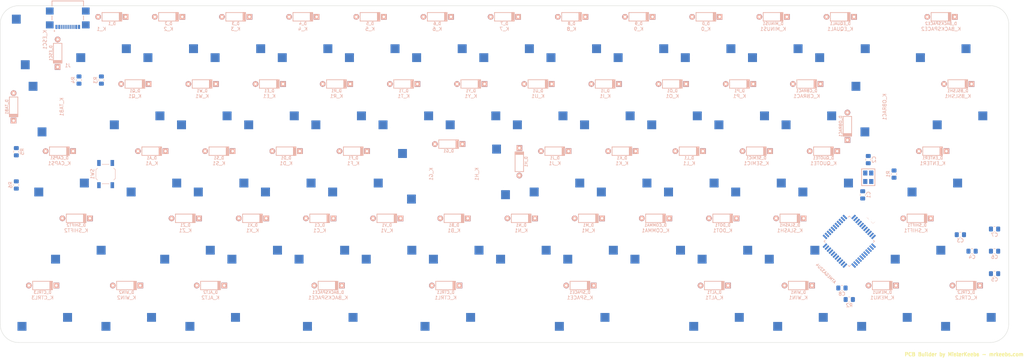
<source format=kicad_pcb>
(kicad_pcb (version 20171130) (host pcbnew "(5.1.6)-1")
  (layers (0 F.Cu signal) (31 B.Cu signal) (34 B.Paste user) (35 F.Paste user) (36 B.SilkS user) (37 F.SilkS user) (38 B.Mask user) (39 F.Mask user) (44 Edge.Cuts user))
  (net 0 "")
  (net 1 GND)
  (net 2 VCC)
  (net 3 "Net-(D_1-Pad2)")
  (net 4 "Net-(D_2-Pad2)")
  (net 5 "Net-(D_3-Pad2)")
  (net 6 "Net-(D_4-Pad2)")
  (net 7 "Net-(D_5-Pad2)")
  (net 8 "Net-(D_6-Pad2)")
  (net 9 "Net-(D_7-Pad2)")
  (net 10 "Net-(D_8-Pad2)")
  (net 11 "Net-(D_9-Pad2)")
  (net 12 "Net-(D_0-Pad2)")
  (net 13 "Net-(D_SHIFT1-Pad2)")
  (net 14 "Net-(D_BACKSPACE1-Pad2)")
  (net 15 "Net-(D_CTRL1-Pad2)")
  (net 16 "Net-(D_ALT1-Pad2)")
  (net 17 "Net-(D_WIN1-Pad2)")
  (net 18 "Net-(D_CTRL2-Pad2)")
  (net 19 "Net-(C1-Pad1)")
  (net 20 "Net-(C2-Pad1)")
  (net 21 "Net-(R1-Pad1)")
  (net 22 "Net-(R3-Pad1)")
  (net 23 "Net-(R4-Pad1)")
  (net 24 "Net-(U1-Pad1)")
  (net 25 "Net-(U1-Pad31)")
  (net 26 "Net-(U1-Pad32)")
  (net 27 "Net-(U1-Pad36)")
  (net 28 "Net-(U1-Pad37)")
  (net 29 "Net-(U1-Pad42)")
  (net 30 row0)
  (net 31 "Net-(D_`1-Pad2)")
  (net 32 "Net-(D_A1-Pad2)")
  (net 33 row2)
  (net 34 row4)
  (net 35 "Net-(D_ALT2-Pad2)")
  (net 36 "Net-(D_B1-Pad2)")
  (net 37 row3)
  (net 38 "Net-(D_BACKSPACE2-Pad2)")
  (net 39 "Net-(D_BSLSH1-Pad2)")
  (net 40 row1)
  (net 41 "Net-(D_C1-Pad2)")
  (net 42 "Net-(D_CAPS1-Pad2)")
  (net 43 "Net-(D_CBRAC1-Pad2)")
  (net 44 "Net-(D_COMMA1-Pad2)")
  (net 45 "Net-(D_CTRL3-Pad2)")
  (net 46 "Net-(D_D1-Pad2)")
  (net 47 "Net-(D_DOT1-Pad2)")
  (net 48 "Net-(D_E1-Pad2)")
  (net 49 "Net-(D_ENTER1-Pad2)")
  (net 50 "Net-(D_EQUAL1-Pad2)")
  (net 51 "Net-(D_F1-Pad2)")
  (net 52 "Net-(D_G1-Pad2)")
  (net 53 "Net-(D_H1-Pad2)")
  (net 54 "Net-(D_I1-Pad2)")
  (net 55 "Net-(D_J1-Pad2)")
  (net 56 "Net-(D_K1-Pad2)")
  (net 57 "Net-(D_L1-Pad2)")
  (net 58 "Net-(D_M1-Pad2)")
  (net 59 "Net-(D_MENU1-Pad2)")
  (net 60 "Net-(D_MINUS1-Pad2)")
  (net 61 "Net-(D_N1-Pad2)")
  (net 62 "Net-(D_O1-Pad2)")
  (net 63 "Net-(D_OBRAC1-Pad2)")
  (net 64 "Net-(D_P1-Pad2)")
  (net 65 "Net-(D_Q1-Pad2)")
  (net 66 "Net-(D_QUOTE1-Pad2)")
  (net 67 "Net-(D_R1-Pad2)")
  (net 68 "Net-(D_S1-Pad2)")
  (net 69 "Net-(D_SEMIC1-Pad2)")
  (net 70 "Net-(D_SHIFT2-Pad2)")
  (net 71 "Net-(D_SLASH1-Pad2)")
  (net 72 "Net-(D_SPACE1-Pad2)")
  (net 73 "Net-(D_T1-Pad2)")
  (net 74 "Net-(D_TAB1-Pad2)")
  (net 75 "Net-(D_U1-Pad2)")
  (net 76 "Net-(D_V1-Pad2)")
  (net 77 "Net-(D_W1-Pad2)")
  (net 78 "Net-(D_WIN2-Pad2)")
  (net 79 "Net-(D_X1-Pad2)")
  (net 80 "Net-(D_Y1-Pad2)")
  (net 81 "Net-(D_Z1-Pad2)")
  (net 82 col10)
  (net 83 col1)
  (net 84 col2)
  (net 85 col3)
  (net 86 col4)
  (net 87 col5)
  (net 88 col6)
  (net 89 col7)
  (net 90 col8)
  (net 91 col9)
  (net 92 col0)
  (net 93 col13)
  (net 94 col11)
  (net 95 col12)
  (net 96 "Net-(J1-PadA7)")
  (net 97 "Net-(J1-PadA6)")
  (net 98 "Net-(J1-PadA5)")
  (net 99 "Net-(J1-PadB5)")
  (net 100 "Net-(U1-Pad40)")
  (net 101 "Net-(J1-PadA8)")
  (net 102 "Net-(J1-PadB8)")
  (net 103 "Net-(C8-Pad2)")
  (net 104 "Net-(R2-Pad1)")
  (module keyboard_parts:D_axial (layer B.Cu) (at 343.838 141.212 180)
    (fp_text reference D_0 (at 0 -1.925) (layer B.SilkS) (effects (font (size 0.8 0.8)) (justify mirror)))
    (fp_text value D hide)
    (pad 2 thru_hole circle (at 3.9 0 180) (size 1.6 1.6) (drill 0.7) (layers *.Cu *.Mask B.SilkS) (net 12 "Net-(D_0-Pad2)"))
    (pad 1 thru_hole rect (at -3.9 0 180) (size 1.6 1.6) (drill 0.7) (layers *.Cu *.Mask B.SilkS) (net 30 row0))
  )
  (module keyboard_parts:D_axial (layer B.Cu) (at 175.388 141.212 180)
    (fp_text reference D_1 (at 0 -1.925) (layer B.SilkS) (effects (font (size 0.8 0.8)) (justify mirror)))
    (fp_text value D hide)
    (pad 2 thru_hole circle (at 3.9 0 180) (size 1.6 1.6) (drill 0.7) (layers *.Cu *.Mask B.SilkS) (net 3 "Net-(D_1-Pad2)"))
    (pad 1 thru_hole rect (at -3.9 0 180) (size 1.6 1.6) (drill 0.7) (layers *.Cu *.Mask B.SilkS) (net 30 row0))
  )
  (module keyboard_parts:D_axial (layer B.Cu) (at 191.438 141.212 180)
    (fp_text reference D_2 (at 0 -1.925) (layer B.SilkS) (effects (font (size 0.8 0.8)) (justify mirror)))
    (fp_text value D hide)
    (pad 2 thru_hole circle (at 3.9 0 180) (size 1.6 1.6) (drill 0.7) (layers *.Cu *.Mask B.SilkS) (net 4 "Net-(D_2-Pad2)"))
    (pad 1 thru_hole rect (at -3.9 0 180) (size 1.6 1.6) (drill 0.7) (layers *.Cu *.Mask B.SilkS) (net 30 row0))
  )
  (module keyboard_parts:D_axial (layer B.Cu) (at 210.488 141.212 180)
    (fp_text reference D_3 (at 0 -1.925) (layer B.SilkS) (effects (font (size 0.8 0.8)) (justify mirror)))
    (fp_text value D hide)
    (pad 2 thru_hole circle (at 3.9 0 180) (size 1.6 1.6) (drill 0.7) (layers *.Cu *.Mask B.SilkS) (net 5 "Net-(D_3-Pad2)"))
    (pad 1 thru_hole rect (at -3.9 0 180) (size 1.6 1.6) (drill 0.7) (layers *.Cu *.Mask B.SilkS) (net 30 row0))
  )
  (module keyboard_parts:D_axial (layer B.Cu) (at 229.538 141.212 180)
    (fp_text reference D_4 (at 0 -1.925) (layer B.SilkS) (effects (font (size 0.8 0.8)) (justify mirror)))
    (fp_text value D hide)
    (pad 2 thru_hole circle (at 3.9 0 180) (size 1.6 1.6) (drill 0.7) (layers *.Cu *.Mask B.SilkS) (net 6 "Net-(D_4-Pad2)"))
    (pad 1 thru_hole rect (at -3.9 0 180) (size 1.6 1.6) (drill 0.7) (layers *.Cu *.Mask B.SilkS) (net 30 row0))
  )
  (module keyboard_parts:D_axial (layer B.Cu) (at 248.588 141.212 180)
    (fp_text reference D_5 (at 0 -1.925) (layer B.SilkS) (effects (font (size 0.8 0.8)) (justify mirror)))
    (fp_text value D hide)
    (pad 2 thru_hole circle (at 3.9 0 180) (size 1.6 1.6) (drill 0.7) (layers *.Cu *.Mask B.SilkS) (net 7 "Net-(D_5-Pad2)"))
    (pad 1 thru_hole rect (at -3.9 0 180) (size 1.6 1.6) (drill 0.7) (layers *.Cu *.Mask B.SilkS) (net 30 row0))
  )
  (module keyboard_parts:D_axial (layer B.Cu) (at 267.638 141.212 180)
    (fp_text reference D_6 (at 0 -1.925) (layer B.SilkS) (effects (font (size 0.8 0.8)) (justify mirror)))
    (fp_text value D hide)
    (pad 2 thru_hole circle (at 3.9 0 180) (size 1.6 1.6) (drill 0.7) (layers *.Cu *.Mask B.SilkS) (net 8 "Net-(D_6-Pad2)"))
    (pad 1 thru_hole rect (at -3.9 0 180) (size 1.6 1.6) (drill 0.7) (layers *.Cu *.Mask B.SilkS) (net 30 row0))
  )
  (module keyboard_parts:D_axial (layer B.Cu) (at 286.688 141.212 180)
    (fp_text reference D_7 (at 0 -1.925) (layer B.SilkS) (effects (font (size 0.8 0.8)) (justify mirror)))
    (fp_text value D hide)
    (pad 2 thru_hole circle (at 3.9 0 180) (size 1.6 1.6) (drill 0.7) (layers *.Cu *.Mask B.SilkS) (net 9 "Net-(D_7-Pad2)"))
    (pad 1 thru_hole rect (at -3.9 0 180) (size 1.6 1.6) (drill 0.7) (layers *.Cu *.Mask B.SilkS) (net 30 row0))
  )
  (module keyboard_parts:D_axial (layer B.Cu) (at 305.738 141.212 180)
    (fp_text reference D_8 (at 0 -1.925) (layer B.SilkS) (effects (font (size 0.8 0.8)) (justify mirror)))
    (fp_text value D hide)
    (pad 2 thru_hole circle (at 3.9 0 180) (size 1.6 1.6) (drill 0.7) (layers *.Cu *.Mask B.SilkS) (net 10 "Net-(D_8-Pad2)"))
    (pad 1 thru_hole rect (at -3.9 0 180) (size 1.6 1.6) (drill 0.7) (layers *.Cu *.Mask B.SilkS) (net 30 row0))
  )
  (module keyboard_parts:D_axial (layer B.Cu) (at 324.788 141.212 180)
    (fp_text reference D_9 (at 0 -1.925) (layer B.SilkS) (effects (font (size 0.8 0.8)) (justify mirror)))
    (fp_text value D hide)
    (pad 2 thru_hole circle (at 3.9 0 180) (size 1.6 1.6) (drill 0.7) (layers *.Cu *.Mask B.SilkS) (net 11 "Net-(D_9-Pad2)"))
    (pad 1 thru_hole rect (at -3.9 0 180) (size 1.6 1.6) (drill 0.7) (layers *.Cu *.Mask B.SilkS) (net 30 row0))
  )
  (module keyboard_parts:D_axial (layer B.Cu) (at 160 151.53 90)
    (fp_text reference D_ESC1 (at 0 -1.925 270) (layer B.SilkS) (effects (font (size 0.8 0.8)) (justify mirror)))
    (fp_text value D hide)
    (pad 2 thru_hole circle (at 3.9 0 90) (size 1.6 1.6) (drill 0.7) (layers *.Cu *.Mask B.SilkS) (net 31 "Net-(D_`1-Pad2)"))
    (pad 1 thru_hole rect (at -3.9 0 90) (size 1.6 1.6) (drill 0.7) (layers *.Cu *.Mask B.SilkS) (net 30 row0))
  )
  (module keyboard_parts:D_axial (layer B.Cu) (at 186.675 179.312 180)
    (fp_text reference D_A1 (at 0 -1.925) (layer B.SilkS) (effects (font (size 0.8 0.8)) (justify mirror)))
    (fp_text value D hide)
    (pad 2 thru_hole circle (at 3.9 0 180) (size 1.6 1.6) (drill 0.7) (layers *.Cu *.Mask B.SilkS) (net 32 "Net-(D_A1-Pad2)"))
    (pad 1 thru_hole rect (at -3.9 0 180) (size 1.6 1.6) (drill 0.7) (layers *.Cu *.Mask B.SilkS) (net 33 row2))
  )
  (module keyboard_parts:D_axial (layer B.Cu) (at 346.219 217.412 180)
    (fp_text reference D_ALT1 (at 0 -1.925) (layer B.SilkS) (effects (font (size 0.8 0.8)) (justify mirror)))
    (fp_text value D hide)
    (pad 2 thru_hole circle (at 3.9 0 180) (size 1.6 1.6) (drill 0.7) (layers *.Cu *.Mask B.SilkS) (net 16 "Net-(D_ALT1-Pad2)"))
    (pad 1 thru_hole rect (at -3.9 0 180) (size 1.6 1.6) (drill 0.7) (layers *.Cu *.Mask B.SilkS) (net 34 row4))
  )
  (module keyboard_parts:D_axial (layer B.Cu) (at 203.344 217.412 180)
    (fp_text reference D_ALT2 (at 0 -1.925) (layer B.SilkS) (effects (font (size 0.8 0.8)) (justify mirror)))
    (fp_text value D hide)
    (pad 2 thru_hole circle (at 3.9 0 180) (size 1.6 1.6) (drill 0.7) (layers *.Cu *.Mask B.SilkS) (net 35 "Net-(D_ALT2-Pad2)"))
    (pad 1 thru_hole rect (at -3.9 0 180) (size 1.6 1.6) (drill 0.7) (layers *.Cu *.Mask B.SilkS) (net 34 row4))
  )
  (module keyboard_parts:D_axial (layer B.Cu) (at 272.4 198.362 180)
    (fp_text reference D_B1 (at 0 -1.925) (layer B.SilkS) (effects (font (size 0.8 0.8)) (justify mirror)))
    (fp_text value D hide)
    (pad 2 thru_hole circle (at 3.9 0 180) (size 1.6 1.6) (drill 0.7) (layers *.Cu *.Mask B.SilkS) (net 36 "Net-(D_B1-Pad2)"))
    (pad 1 thru_hole rect (at -3.9 0 180) (size 1.6 1.6) (drill 0.7) (layers *.Cu *.Mask B.SilkS) (net 37 row3))
  )
  (module keyboard_parts:D_axial (layer B.Cu) (at 236.681 217.412 180)
    (fp_text reference D_BACKSPACE1 (at 0 -1.925) (layer B.SilkS) (effects (font (size 0.8 0.8)) (justify mirror)))
    (fp_text value D hide)
    (pad 2 thru_hole circle (at 3.9 0 180) (size 1.6 1.6) (drill 0.7) (layers *.Cu *.Mask B.SilkS) (net 14 "Net-(D_BACKSPACE1-Pad2)"))
    (pad 1 thru_hole rect (at -3.9 0 180) (size 1.6 1.6) (drill 0.7) (layers *.Cu *.Mask B.SilkS) (net 34 row4))
  )
  (module keyboard_parts:D_axial (layer B.Cu) (at 410.512 141.212 180)
    (fp_text reference D_BACKSPACE2 (at 0 -1.925) (layer B.SilkS) (effects (font (size 0.8 0.8)) (justify mirror)))
    (fp_text value D hide)
    (pad 2 thru_hole circle (at 3.9 0 180) (size 1.6 1.6) (drill 0.7) (layers *.Cu *.Mask B.SilkS) (net 38 "Net-(D_BACKSPACE2-Pad2)"))
    (pad 1 thru_hole rect (at -3.9 0 180) (size 1.6 1.6) (drill 0.7) (layers *.Cu *.Mask B.SilkS) (net 30 row0))
  )
  (module keyboard_parts:D_axial (layer B.Cu) (at 415.275 160.262 180)
    (fp_text reference D_BSLSH1 (at 0 -1.925) (layer B.SilkS) (effects (font (size 0.8 0.8)) (justify mirror)))
    (fp_text value D hide)
    (pad 2 thru_hole circle (at 3.9 0 180) (size 1.6 1.6) (drill 0.7) (layers *.Cu *.Mask B.SilkS) (net 39 "Net-(D_BSLSH1-Pad2)"))
    (pad 1 thru_hole rect (at -3.9 0 180) (size 1.6 1.6) (drill 0.7) (layers *.Cu *.Mask B.SilkS) (net 40 row1))
  )
  (module keyboard_parts:D_axial (layer B.Cu) (at 234.3 198.362 180)
    (fp_text reference D_C1 (at 0 -1.925) (layer B.SilkS) (effects (font (size 0.8 0.8)) (justify mirror)))
    (fp_text value D hide)
    (pad 2 thru_hole circle (at 3.9 0 180) (size 1.6 1.6) (drill 0.7) (layers *.Cu *.Mask B.SilkS) (net 41 "Net-(D_C1-Pad2)"))
    (pad 1 thru_hole rect (at -3.9 0 180) (size 1.6 1.6) (drill 0.7) (layers *.Cu *.Mask B.SilkS) (net 37 row3))
  )
  (module keyboard_parts:D_axial (layer B.Cu) (at 160.481 179.312 180)
    (fp_text reference D_CAPS1 (at 0 -1.925) (layer B.SilkS) (effects (font (size 0.8 0.8)) (justify mirror)))
    (fp_text value D hide)
    (pad 2 thru_hole circle (at 3.9 0 180) (size 1.6 1.6) (drill 0.7) (layers *.Cu *.Mask B.SilkS) (net 42 "Net-(D_CAPS1-Pad2)"))
    (pad 1 thru_hole rect (at -3.9 0 180) (size 1.6 1.6) (drill 0.7) (layers *.Cu *.Mask B.SilkS) (net 33 row2))
  )
  (module keyboard_parts:D_axial (layer B.Cu) (at 372.412 160.262 180)
    (fp_text reference D_CBRAC1 (at 0 -1.925) (layer B.SilkS) (effects (font (size 0.8 0.8)) (justify mirror)))
    (fp_text value D hide)
    (pad 2 thru_hole circle (at 3.9 0 180) (size 1.6 1.6) (drill 0.7) (layers *.Cu *.Mask B.SilkS) (net 43 "Net-(D_CBRAC1-Pad2)"))
    (pad 1 thru_hole rect (at -3.9 0 180) (size 1.6 1.6) (drill 0.7) (layers *.Cu *.Mask B.SilkS) (net 40 row1))
  )
  (module keyboard_parts:D_axial (layer B.Cu) (at 329.55 198.362 180)
    (fp_text reference D_COMMA1 (at 0 -1.925) (layer B.SilkS) (effects (font (size 0.8 0.8)) (justify mirror)))
    (fp_text value D hide)
    (pad 2 thru_hole circle (at 3.9 0 180) (size 1.6 1.6) (drill 0.7) (layers *.Cu *.Mask B.SilkS) (net 44 "Net-(D_COMMA1-Pad2)"))
    (pad 1 thru_hole rect (at -3.9 0 180) (size 1.6 1.6) (drill 0.7) (layers *.Cu *.Mask B.SilkS) (net 37 row3))
  )
  (module keyboard_parts:D_axial (layer B.Cu) (at 270.019 217.412 180)
    (fp_text reference D_CTRL1 (at 0 -1.925) (layer B.SilkS) (effects (font (size 0.8 0.8)) (justify mirror)))
    (fp_text value D hide)
    (pad 2 thru_hole circle (at 3.9 0 180) (size 1.6 1.6) (drill 0.7) (layers *.Cu *.Mask B.SilkS) (net 15 "Net-(D_CTRL1-Pad2)"))
    (pad 1 thru_hole rect (at -3.9 0 180) (size 1.6 1.6) (drill 0.7) (layers *.Cu *.Mask B.SilkS) (net 34 row4))
  )
  (module keyboard_parts:D_axial (layer B.Cu) (at 417.656 217.412 180)
    (fp_text reference D_CTRL2 (at 0 -1.925) (layer B.SilkS) (effects (font (size 0.8 0.8)) (justify mirror)))
    (fp_text value D hide)
    (pad 2 thru_hole circle (at 3.9 0 180) (size 1.6 1.6) (drill 0.7) (layers *.Cu *.Mask B.SilkS) (net 18 "Net-(D_CTRL2-Pad2)"))
    (pad 1 thru_hole rect (at -3.9 0 180) (size 1.6 1.6) (drill 0.7) (layers *.Cu *.Mask B.SilkS) (net 34 row4))
  )
  (module keyboard_parts:D_axial (layer B.Cu) (at 155.719 217.412 180)
    (fp_text reference D_CTRL3 (at 0 -1.925) (layer B.SilkS) (effects (font (size 0.8 0.8)) (justify mirror)))
    (fp_text value D hide)
    (pad 2 thru_hole circle (at 3.9 0 180) (size 1.6 1.6) (drill 0.7) (layers *.Cu *.Mask B.SilkS) (net 45 "Net-(D_CTRL3-Pad2)"))
    (pad 1 thru_hole rect (at -3.9 0 180) (size 1.6 1.6) (drill 0.7) (layers *.Cu *.Mask B.SilkS) (net 34 row4))
  )
  (module keyboard_parts:D_axial (layer B.Cu) (at 224.775 179.312 180)
    (fp_text reference D_D1 (at 0 -1.925) (layer B.SilkS) (effects (font (size 0.8 0.8)) (justify mirror)))
    (fp_text value D hide)
    (pad 2 thru_hole circle (at 3.9 0 180) (size 1.6 1.6) (drill 0.7) (layers *.Cu *.Mask B.SilkS) (net 46 "Net-(D_D1-Pad2)"))
    (pad 1 thru_hole rect (at -3.9 0 180) (size 1.6 1.6) (drill 0.7) (layers *.Cu *.Mask B.SilkS) (net 33 row2))
  )
  (module keyboard_parts:D_axial (layer B.Cu) (at 348.6 198.362 180)
    (fp_text reference D_DOT1 (at 0 -1.925) (layer B.SilkS) (effects (font (size 0.8 0.8)) (justify mirror)))
    (fp_text value D hide)
    (pad 2 thru_hole circle (at 3.9 0 180) (size 1.6 1.6) (drill 0.7) (layers *.Cu *.Mask B.SilkS) (net 47 "Net-(D_DOT1-Pad2)"))
    (pad 1 thru_hole rect (at -3.9 0 180) (size 1.6 1.6) (drill 0.7) (layers *.Cu *.Mask B.SilkS) (net 37 row3))
  )
  (module keyboard_parts:D_axial (layer B.Cu) (at 220.012 160.262 180)
    (fp_text reference D_E1 (at 0 -1.925) (layer B.SilkS) (effects (font (size 0.8 0.8)) (justify mirror)))
    (fp_text value D hide)
    (pad 2 thru_hole circle (at 3.9 0 180) (size 1.6 1.6) (drill 0.7) (layers *.Cu *.Mask B.SilkS) (net 48 "Net-(D_E1-Pad2)"))
    (pad 1 thru_hole rect (at -3.9 0 180) (size 1.6 1.6) (drill 0.7) (layers *.Cu *.Mask B.SilkS) (net 40 row1))
  )
  (module keyboard_parts:D_axial (layer B.Cu) (at 408.131 179.312 180)
    (fp_text reference D_ENTER1 (at 0 -1.925) (layer B.SilkS) (effects (font (size 0.8 0.8)) (justify mirror)))
    (fp_text value D hide)
    (pad 2 thru_hole circle (at 3.9 0 180) (size 1.6 1.6) (drill 0.7) (layers *.Cu *.Mask B.SilkS) (net 49 "Net-(D_ENTER1-Pad2)"))
    (pad 1 thru_hole rect (at -3.9 0 180) (size 1.6 1.6) (drill 0.7) (layers *.Cu *.Mask B.SilkS) (net 33 row2))
  )
  (module keyboard_parts:D_axial (layer B.Cu) (at 381.938 141.212 180)
    (fp_text reference D_EQUAL1 (at 0 -1.925) (layer B.SilkS) (effects (font (size 0.8 0.8)) (justify mirror)))
    (fp_text value D hide)
    (pad 2 thru_hole circle (at 3.9 0 180) (size 1.6 1.6) (drill 0.7) (layers *.Cu *.Mask B.SilkS) (net 50 "Net-(D_EQUAL1-Pad2)"))
    (pad 1 thru_hole rect (at -3.9 0 180) (size 1.6 1.6) (drill 0.7) (layers *.Cu *.Mask B.SilkS) (net 30 row0))
  )
  (module keyboard_parts:D_axial (layer B.Cu) (at 243.825 179.312 180)
    (fp_text reference D_F1 (at 0 -1.925) (layer B.SilkS) (effects (font (size 0.8 0.8)) (justify mirror)))
    (fp_text value D hide)
    (pad 2 thru_hole circle (at 3.9 0 180) (size 1.6 1.6) (drill 0.7) (layers *.Cu *.Mask B.SilkS) (net 51 "Net-(D_F1-Pad2)"))
    (pad 1 thru_hole rect (at -3.9 0 180) (size 1.6 1.6) (drill 0.7) (layers *.Cu *.Mask B.SilkS) (net 33 row2))
  )
  (module keyboard_parts:D_axial (layer B.Cu) (at 270.875 177.312 180)
    (fp_text reference D_G1 (at 0 -1.925) (layer B.SilkS) (effects (font (size 0.8 0.8)) (justify mirror)))
    (fp_text value D hide)
    (pad 2 thru_hole circle (at 3.9 0 180) (size 1.6 1.6) (drill 0.7) (layers *.Cu *.Mask B.SilkS) (net 52 "Net-(D_G1-Pad2)"))
    (pad 1 thru_hole rect (at -3.9 0 180) (size 1.6 1.6) (drill 0.7) (layers *.Cu *.Mask B.SilkS) (net 33 row2))
  )
  (module keyboard_parts:D_axial (layer B.Cu) (at 290.925 182.312 270)
    (fp_text reference D_H1 (at 0 -1.925 90) (layer B.SilkS) (effects (font (size 0.8 0.8)) (justify mirror)))
    (fp_text value D hide)
    (pad 2 thru_hole circle (at 3.9 0 270) (size 1.6 1.6) (drill 0.7) (layers *.Cu *.Mask B.SilkS) (net 53 "Net-(D_H1-Pad2)"))
    (pad 1 thru_hole rect (at -3.9 0 270) (size 1.6 1.6) (drill 0.7) (layers *.Cu *.Mask B.SilkS) (net 33 row2))
  )
  (module keyboard_parts:D_axial (layer B.Cu) (at 315.262 160.262 180)
    (fp_text reference D_I1 (at 0 -1.925) (layer B.SilkS) (effects (font (size 0.8 0.8)) (justify mirror)))
    (fp_text value D hide)
    (pad 2 thru_hole circle (at 3.9 0 180) (size 1.6 1.6) (drill 0.7) (layers *.Cu *.Mask B.SilkS) (net 54 "Net-(D_I1-Pad2)"))
    (pad 1 thru_hole rect (at -3.9 0 180) (size 1.6 1.6) (drill 0.7) (layers *.Cu *.Mask B.SilkS) (net 40 row1))
  )
  (module keyboard_parts:D_axial (layer B.Cu) (at 300.975 179.312 180)
    (fp_text reference D_J1 (at 0 -1.925) (layer B.SilkS) (effects (font (size 0.8 0.8)) (justify mirror)))
    (fp_text value D hide)
    (pad 2 thru_hole circle (at 3.9 0 180) (size 1.6 1.6) (drill 0.7) (layers *.Cu *.Mask B.SilkS) (net 55 "Net-(D_J1-Pad2)"))
    (pad 1 thru_hole rect (at -3.9 0 180) (size 1.6 1.6) (drill 0.7) (layers *.Cu *.Mask B.SilkS) (net 33 row2))
  )
  (module keyboard_parts:D_axial (layer B.Cu) (at 320.025 179.312 180)
    (fp_text reference D_K1 (at 0 -1.925) (layer B.SilkS) (effects (font (size 0.8 0.8)) (justify mirror)))
    (fp_text value D hide)
    (pad 2 thru_hole circle (at 3.9 0 180) (size 1.6 1.6) (drill 0.7) (layers *.Cu *.Mask B.SilkS) (net 56 "Net-(D_K1-Pad2)"))
    (pad 1 thru_hole rect (at -3.9 0 180) (size 1.6 1.6) (drill 0.7) (layers *.Cu *.Mask B.SilkS) (net 33 row2))
  )
  (module keyboard_parts:D_axial (layer B.Cu) (at 339.075 179.312 180)
    (fp_text reference D_L1 (at 0 -1.925) (layer B.SilkS) (effects (font (size 0.8 0.8)) (justify mirror)))
    (fp_text value D hide)
    (pad 2 thru_hole circle (at 3.9 0 180) (size 1.6 1.6) (drill 0.7) (layers *.Cu *.Mask B.SilkS) (net 57 "Net-(D_L1-Pad2)"))
    (pad 1 thru_hole rect (at -3.9 0 180) (size 1.6 1.6) (drill 0.7) (layers *.Cu *.Mask B.SilkS) (net 33 row2))
  )
  (module keyboard_parts:D_axial (layer B.Cu) (at 310.5 198.362 180)
    (fp_text reference D_M1 (at 0 -1.925) (layer B.SilkS) (effects (font (size 0.8 0.8)) (justify mirror)))
    (fp_text value D hide)
    (pad 2 thru_hole circle (at 3.9 0 180) (size 1.6 1.6) (drill 0.7) (layers *.Cu *.Mask B.SilkS) (net 58 "Net-(D_M1-Pad2)"))
    (pad 1 thru_hole rect (at -3.9 0 180) (size 1.6 1.6) (drill 0.7) (layers *.Cu *.Mask B.SilkS) (net 37 row3))
  )
  (module keyboard_parts:D_axial (layer B.Cu) (at 393.844 217.412 180)
    (fp_text reference D_MENU1 (at 0 -1.925) (layer B.SilkS) (effects (font (size 0.8 0.8)) (justify mirror)))
    (fp_text value D hide)
    (pad 2 thru_hole circle (at 3.9 0 180) (size 1.6 1.6) (drill 0.7) (layers *.Cu *.Mask B.SilkS) (net 59 "Net-(D_MENU1-Pad2)"))
    (pad 1 thru_hole rect (at -3.9 0 180) (size 1.6 1.6) (drill 0.7) (layers *.Cu *.Mask B.SilkS) (net 34 row4))
  )
  (module keyboard_parts:D_axial (layer B.Cu) (at 362.888 141.212 180)
    (fp_text reference D_MINUS1 (at 0 -1.925) (layer B.SilkS) (effects (font (size 0.8 0.8)) (justify mirror)))
    (fp_text value D hide)
    (pad 2 thru_hole circle (at 3.9 0 180) (size 1.6 1.6) (drill 0.7) (layers *.Cu *.Mask B.SilkS) (net 60 "Net-(D_MINUS1-Pad2)"))
    (pad 1 thru_hole rect (at -3.9 0 180) (size 1.6 1.6) (drill 0.7) (layers *.Cu *.Mask B.SilkS) (net 30 row0))
  )
  (module keyboard_parts:D_axial (layer B.Cu) (at 291.45 198.362 180)
    (fp_text reference D_N1 (at 0 -1.925) (layer B.SilkS) (effects (font (size 0.8 0.8)) (justify mirror)))
    (fp_text value D hide)
    (pad 2 thru_hole circle (at 3.9 0 180) (size 1.6 1.6) (drill 0.7) (layers *.Cu *.Mask B.SilkS) (net 61 "Net-(D_N1-Pad2)"))
    (pad 1 thru_hole rect (at -3.9 0 180) (size 1.6 1.6) (drill 0.7) (layers *.Cu *.Mask B.SilkS) (net 37 row3))
  )
  (module keyboard_parts:D_axial (layer B.Cu) (at 334.312 160.262 180)
    (fp_text reference D_O1 (at 0 -1.925) (layer B.SilkS) (effects (font (size 0.8 0.8)) (justify mirror)))
    (fp_text value D hide)
    (pad 2 thru_hole circle (at 3.9 0 180) (size 1.6 1.6) (drill 0.7) (layers *.Cu *.Mask B.SilkS) (net 62 "Net-(D_O1-Pad2)"))
    (pad 1 thru_hole rect (at -3.9 0 180) (size 1.6 1.6) (drill 0.7) (layers *.Cu *.Mask B.SilkS) (net 40 row1))
  )
  (module keyboard_parts:D_axial (layer B.Cu) (at 383.968 172.262 90)
    (fp_text reference D_OBRAC1 (at 0 -1.925 90) (layer B.SilkS) (effects (font (size 0.8 0.8)) (justify mirror)))
    (fp_text value D hide)
    (pad 2 thru_hole circle (at 3.9 0 90) (size 1.6 1.6) (drill 0.7) (layers *.Cu *.Mask B.SilkS) (net 63 "Net-(D_OBRAC1-Pad2)"))
    (pad 1 thru_hole rect (at -3.9 0 90) (size 1.6 1.6) (drill 0.7) (layers *.Cu *.Mask B.SilkS) (net 40 row1))
  )
  (module keyboard_parts:D_axial (layer B.Cu) (at 353.362 160.262 180)
    (fp_text reference D_P1 (at 0 -1.925) (layer B.SilkS) (effects (font (size 0.8 0.8)) (justify mirror)))
    (fp_text value D hide)
    (pad 2 thru_hole circle (at 3.9 0 180) (size 1.6 1.6) (drill 0.7) (layers *.Cu *.Mask B.SilkS) (net 64 "Net-(D_P1-Pad2)"))
    (pad 1 thru_hole rect (at -3.9 0 180) (size 1.6 1.6) (drill 0.7) (layers *.Cu *.Mask B.SilkS) (net 40 row1))
  )
  (module keyboard_parts:D_axial (layer B.Cu) (at 181.912 160.262 180)
    (fp_text reference D_Q1 (at 0 -1.925) (layer B.SilkS) (effects (font (size 0.8 0.8)) (justify mirror)))
    (fp_text value D hide)
    (pad 2 thru_hole circle (at 3.9 0 180) (size 1.6 1.6) (drill 0.7) (layers *.Cu *.Mask B.SilkS) (net 65 "Net-(D_Q1-Pad2)"))
    (pad 1 thru_hole rect (at -3.9 0 180) (size 1.6 1.6) (drill 0.7) (layers *.Cu *.Mask B.SilkS) (net 40 row1))
  )
  (module keyboard_parts:D_axial (layer B.Cu) (at 377.175 179.312 180)
    (fp_text reference D_QUOTE1 (at 0 -1.925) (layer B.SilkS) (effects (font (size 0.8 0.8)) (justify mirror)))
    (fp_text value D hide)
    (pad 2 thru_hole circle (at 3.9 0 180) (size 1.6 1.6) (drill 0.7) (layers *.Cu *.Mask B.SilkS) (net 66 "Net-(D_QUOTE1-Pad2)"))
    (pad 1 thru_hole rect (at -3.9 0 180) (size 1.6 1.6) (drill 0.7) (layers *.Cu *.Mask B.SilkS) (net 33 row2))
  )
  (module keyboard_parts:D_axial (layer B.Cu) (at 239.062 160.262 180)
    (fp_text reference D_R1 (at 0 -1.925) (layer B.SilkS) (effects (font (size 0.8 0.8)) (justify mirror)))
    (fp_text value D hide)
    (pad 2 thru_hole circle (at 3.9 0 180) (size 1.6 1.6) (drill 0.7) (layers *.Cu *.Mask B.SilkS) (net 67 "Net-(D_R1-Pad2)"))
    (pad 1 thru_hole rect (at -3.9 0 180) (size 1.6 1.6) (drill 0.7) (layers *.Cu *.Mask B.SilkS) (net 40 row1))
  )
  (module keyboard_parts:D_axial (layer B.Cu) (at 205.725 179.312 180)
    (fp_text reference D_S1 (at 0 -1.925) (layer B.SilkS) (effects (font (size 0.8 0.8)) (justify mirror)))
    (fp_text value D hide)
    (pad 2 thru_hole circle (at 3.9 0 180) (size 1.6 1.6) (drill 0.7) (layers *.Cu *.Mask B.SilkS) (net 68 "Net-(D_S1-Pad2)"))
    (pad 1 thru_hole rect (at -3.9 0 180) (size 1.6 1.6) (drill 0.7) (layers *.Cu *.Mask B.SilkS) (net 33 row2))
  )
  (module keyboard_parts:D_axial (layer B.Cu) (at 358.125 179.312 180)
    (fp_text reference D_SEMIC1 (at 0 -1.925) (layer B.SilkS) (effects (font (size 0.8 0.8)) (justify mirror)))
    (fp_text value D hide)
    (pad 2 thru_hole circle (at 3.9 0 180) (size 1.6 1.6) (drill 0.7) (layers *.Cu *.Mask B.SilkS) (net 69 "Net-(D_SEMIC1-Pad2)"))
    (pad 1 thru_hole rect (at -3.9 0 180) (size 1.6 1.6) (drill 0.7) (layers *.Cu *.Mask B.SilkS) (net 33 row2))
  )
  (module keyboard_parts:D_axial (layer B.Cu) (at 403.7 198.362 180)
    (fp_text reference D_SHIFT1 (at 0 -1.925) (layer B.SilkS) (effects (font (size 0.8 0.8)) (justify mirror)))
    (fp_text value D hide)
    (pad 2 thru_hole circle (at 3.9 0 180) (size 1.6 1.6) (drill 0.7) (layers *.Cu *.Mask B.SilkS) (net 13 "Net-(D_SHIFT1-Pad2)"))
    (pad 1 thru_hole rect (at -3.9 0 180) (size 1.6 1.6) (drill 0.7) (layers *.Cu *.Mask B.SilkS) (net 37 row3))
  )
  (module keyboard_parts:D_axial (layer B.Cu) (at 165.244 198.362 180)
    (fp_text reference D_SHIFT2 (at 0 -1.925) (layer B.SilkS) (effects (font (size 0.8 0.8)) (justify mirror)))
    (fp_text value D hide)
    (pad 2 thru_hole circle (at 3.9 0 180) (size 1.6 1.6) (drill 0.7) (layers *.Cu *.Mask B.SilkS) (net 70 "Net-(D_SHIFT2-Pad2)"))
    (pad 1 thru_hole rect (at -3.9 0 180) (size 1.6 1.6) (drill 0.7) (layers *.Cu *.Mask B.SilkS) (net 37 row3))
  )
  (module keyboard_parts:D_axial (layer B.Cu) (at 367.65 198.362 180)
    (fp_text reference D_SLASH1 (at 0 -1.925) (layer B.SilkS) (effects (font (size 0.8 0.8)) (justify mirror)))
    (fp_text value D hide)
    (pad 2 thru_hole circle (at 3.9 0 180) (size 1.6 1.6) (drill 0.7) (layers *.Cu *.Mask B.SilkS) (net 71 "Net-(D_SLASH1-Pad2)"))
    (pad 1 thru_hole rect (at -3.9 0 180) (size 1.6 1.6) (drill 0.7) (layers *.Cu *.Mask B.SilkS) (net 37 row3))
  )
  (module keyboard_parts:D_axial (layer B.Cu) (at 308.119 217.412 180)
    (fp_text reference D_SPACE1 (at 0 -1.925) (layer B.SilkS) (effects (font (size 0.8 0.8)) (justify mirror)))
    (fp_text value D hide)
    (pad 2 thru_hole circle (at 3.9 0 180) (size 1.6 1.6) (drill 0.7) (layers *.Cu *.Mask B.SilkS) (net 72 "Net-(D_SPACE1-Pad2)"))
    (pad 1 thru_hole rect (at -3.9 0 180) (size 1.6 1.6) (drill 0.7) (layers *.Cu *.Mask B.SilkS) (net 34 row4))
  )
  (module keyboard_parts:D_axial (layer B.Cu) (at 258.112 160.262 180)
    (fp_text reference D_T1 (at 0 -1.925) (layer B.SilkS) (effects (font (size 0.8 0.8)) (justify mirror)))
    (fp_text value D hide)
    (pad 2 thru_hole circle (at 3.9 0 180) (size 1.6 1.6) (drill 0.7) (layers *.Cu *.Mask B.SilkS) (net 73 "Net-(D_T1-Pad2)"))
    (pad 1 thru_hole rect (at -3.9 0 180) (size 1.6 1.6) (drill 0.7) (layers *.Cu *.Mask B.SilkS) (net 40 row1))
  )
  (module keyboard_parts:D_axial (layer B.Cu) (at 147.5 166.762 90)
    (fp_text reference D_TAB1 (at 0 -1.925 90) (layer B.SilkS) (effects (font (size 0.8 0.8)) (justify mirror)))
    (fp_text value D hide)
    (pad 2 thru_hole circle (at 3.9 0 90) (size 1.6 1.6) (drill 0.7) (layers *.Cu *.Mask B.SilkS) (net 74 "Net-(D_TAB1-Pad2)"))
    (pad 1 thru_hole rect (at -3.9 0 90) (size 1.6 1.6) (drill 0.7) (layers *.Cu *.Mask B.SilkS) (net 40 row1))
  )
  (module keyboard_parts:D_axial (layer B.Cu) (at 296.212 160.262 180)
    (fp_text reference D_U1 (at 0 -1.925) (layer B.SilkS) (effects (font (size 0.8 0.8)) (justify mirror)))
    (fp_text value D hide)
    (pad 2 thru_hole circle (at 3.9 0 180) (size 1.6 1.6) (drill 0.7) (layers *.Cu *.Mask B.SilkS) (net 75 "Net-(D_U1-Pad2)"))
    (pad 1 thru_hole rect (at -3.9 0 180) (size 1.6 1.6) (drill 0.7) (layers *.Cu *.Mask B.SilkS) (net 40 row1))
  )
  (module keyboard_parts:D_axial (layer B.Cu) (at 253.35 198.362 180)
    (fp_text reference D_V1 (at 0 -1.925) (layer B.SilkS) (effects (font (size 0.8 0.8)) (justify mirror)))
    (fp_text value D hide)
    (pad 2 thru_hole circle (at 3.9 0 180) (size 1.6 1.6) (drill 0.7) (layers *.Cu *.Mask B.SilkS) (net 76 "Net-(D_V1-Pad2)"))
    (pad 1 thru_hole rect (at -3.9 0 180) (size 1.6 1.6) (drill 0.7) (layers *.Cu *.Mask B.SilkS) (net 37 row3))
  )
  (module keyboard_parts:D_axial (layer B.Cu) (at 200.962 160.262 180)
    (fp_text reference D_W1 (at 0 -1.925) (layer B.SilkS) (effects (font (size 0.8 0.8)) (justify mirror)))
    (fp_text value D hide)
    (pad 2 thru_hole circle (at 3.9 0 180) (size 1.6 1.6) (drill 0.7) (layers *.Cu *.Mask B.SilkS) (net 77 "Net-(D_W1-Pad2)"))
    (pad 1 thru_hole rect (at -3.9 0 180) (size 1.6 1.6) (drill 0.7) (layers *.Cu *.Mask B.SilkS) (net 40 row1))
  )
  (module keyboard_parts:D_axial (layer B.Cu) (at 370.031 217.412 180)
    (fp_text reference D_WIN1 (at 0 -1.925) (layer B.SilkS) (effects (font (size 0.8 0.8)) (justify mirror)))
    (fp_text value D hide)
    (pad 2 thru_hole circle (at 3.9 0 180) (size 1.6 1.6) (drill 0.7) (layers *.Cu *.Mask B.SilkS) (net 17 "Net-(D_WIN1-Pad2)"))
    (pad 1 thru_hole rect (at -3.9 0 180) (size 1.6 1.6) (drill 0.7) (layers *.Cu *.Mask B.SilkS) (net 34 row4))
  )
  (module keyboard_parts:D_axial (layer B.Cu) (at 179.531 217.412 180)
    (fp_text reference D_WIN2 (at 0 -1.925) (layer B.SilkS) (effects (font (size 0.8 0.8)) (justify mirror)))
    (fp_text value D hide)
    (pad 2 thru_hole circle (at 3.9 0 180) (size 1.6 1.6) (drill 0.7) (layers *.Cu *.Mask B.SilkS) (net 78 "Net-(D_WIN2-Pad2)"))
    (pad 1 thru_hole rect (at -3.9 0 180) (size 1.6 1.6) (drill 0.7) (layers *.Cu *.Mask B.SilkS) (net 34 row4))
  )
  (module keyboard_parts:D_axial (layer B.Cu) (at 215.25 198.362 180)
    (fp_text reference D_X1 (at 0 -1.925) (layer B.SilkS) (effects (font (size 0.8 0.8)) (justify mirror)))
    (fp_text value D hide)
    (pad 2 thru_hole circle (at 3.9 0 180) (size 1.6 1.6) (drill 0.7) (layers *.Cu *.Mask B.SilkS) (net 79 "Net-(D_X1-Pad2)"))
    (pad 1 thru_hole rect (at -3.9 0 180) (size 1.6 1.6) (drill 0.7) (layers *.Cu *.Mask B.SilkS) (net 37 row3))
  )
  (module keyboard_parts:D_axial (layer B.Cu) (at 277.162 160.262 180)
    (fp_text reference D_Y1 (at 0 -1.925) (layer B.SilkS) (effects (font (size 0.8 0.8)) (justify mirror)))
    (fp_text value D hide)
    (pad 2 thru_hole circle (at 3.9 0 180) (size 1.6 1.6) (drill 0.7) (layers *.Cu *.Mask B.SilkS) (net 80 "Net-(D_Y1-Pad2)"))
    (pad 1 thru_hole rect (at -3.9 0 180) (size 1.6 1.6) (drill 0.7) (layers *.Cu *.Mask B.SilkS) (net 40 row1))
  )
  (module keyboard_parts:D_axial (layer B.Cu) (at 196.2 198.362 180)
    (fp_text reference D_Z1 (at 0 -1.925) (layer B.SilkS) (effects (font (size 0.8 0.8)) (justify mirror)))
    (fp_text value D hide)
    (pad 2 thru_hole circle (at 3.9 0 180) (size 1.6 1.6) (drill 0.7) (layers *.Cu *.Mask B.SilkS) (net 81 "Net-(D_Z1-Pad2)"))
    (pad 1 thru_hole rect (at -3.9 0 180) (size 1.6 1.6) (drill 0.7) (layers *.Cu *.Mask B.SilkS) (net 37 row3))
  )
  (module "Surface Mount Type C:GCT_USB4110-GF-A" (layer B.Cu) (at 162.862 143)
    (fp_text reference J1 (at 0 12) (layer B.SilkS) (effects (justify mirror)))
    (fp_text value USB_C_Receptacle)
    (pad None np_thru_hole circle (at 2.89 0) (size 0.65 0.65) (drill 0.65) (layers *.Cu *.Mask))
    (pad None np_thru_hole circle (at -2.89 0) (size 0.65 0.65) (drill 0.65) (layers *.Cu *.Mask))
    (pad S4 smd rect (at 5.11 -3.43) (size 2.18 2) (layers B.Cu B.Paste B.Mask))
    (pad S3 smd rect (at -5.11 -3.43) (size 2.18 2) (layers B.Cu B.Paste B.Mask))
    (pad S2 smd rect (at 5.11 0.5) (size 2.18 2) (layers B.Cu B.Paste B.Mask))
    (pad S1 smd rect (at -5.11 0.5) (size 2.18 2) (layers B.Cu B.Paste B.Mask) (net 1 GND))
    (pad A7 smd rect (at 0.25 1.075) (size 0.3 1.15) (layers B.Cu B.Paste B.Mask) (net 96 "Net-(J1-PadA7)"))
    (pad A6 smd rect (at -0.25 1.075) (size 0.3 1.15) (layers B.Cu B.Paste B.Mask) (net 97 "Net-(J1-PadA6)"))
    (pad B6 smd rect (at 0.75 1.075) (size 0.3 1.15) (layers B.Cu B.Paste B.Mask) (net 97 "Net-(J1-PadA6)"))
    (pad B7 smd rect (at -0.75 1.075) (size 0.3 1.15) (layers B.Cu B.Paste B.Mask) (net 96 "Net-(J1-PadA7)"))
    (pad A8 smd rect (at 1.25 1.075) (size 0.3 1.15) (layers B.Cu B.Paste B.Mask) (net 101 "Net-(J1-PadA8)"))
    (pad A5 smd rect (at -1.25 1.075) (size 0.3 1.15) (layers B.Cu B.Paste B.Mask) (net 98 "Net-(J1-PadA5)"))
    (pad B5 smd rect (at 1.75 1.075) (size 0.3 1.15) (layers B.Cu B.Paste B.Mask) (net 99 "Net-(J1-PadB5)"))
    (pad B8 smd rect (at -1.75 1.075) (size 0.3 1.15) (layers B.Cu B.Paste B.Mask) (net 102 "Net-(J1-PadB8)"))
    (pad B1/A12 smd rect (at 3.2 1.075) (size 0.6 1.15) (layers B.Cu B.Paste B.Mask))
    (pad B4/A9 smd rect (at 2.4 1.075) (size 0.6 1.15) (layers B.Cu B.Paste B.Mask))
    (pad A4/B9 smd rect (at -2.4 1.075) (size 0.6 1.15) (layers B.Cu B.Paste B.Mask))
    (pad A1/B12 smd rect (at -3.2 1.075) (size 0.6 1.15) (layers B.Cu B.Paste B.Mask))
  )
  (module MX_ALPS_Hybrid:MXOnly-2.25U-Hotswap-ReversedStabilizers (layer F.Cu) (at 165.244 204.862 180)
    (fp_text reference K_SHIFT2)
    (fp_text value KEYSW)
    (fp_text user %R (at 0 3.048) (layer B.SilkS) (effects (justify mirror)))
    (pad "" np_thru_hole circle (at -11.938 -8.255 180) (size 3.9878 3.9878) (drill 3.9878) (layers *.Cu *.Mask))
    (pad "" np_thru_hole circle (at 11.938 -8.255 180) (size 3.9878 3.9878) (drill 3.9878) (layers *.Cu *.Mask))
    (pad "" np_thru_hole circle (at -11.938 6.985 180) (size 3.048 3.048) (drill 3.048) (layers *.Cu *.Mask))
    (pad "" np_thru_hole circle (at 11.938 6.985 180) (size 3.048 3.048) (drill 3.048) (layers *.Cu *.Mask))
    (pad 2 smd rect (at 5.842 -5.08 180) (size 2.55 2.5) (layers B.Cu B.Paste B.Mask) (net 70 "Net-(D_SHIFT2-Pad2)"))
    (pad 1 smd rect (at -7.085 -2.54 180) (size 2.55 2.5) (layers B.Cu B.Paste B.Mask) (net 92 col0))
    (pad "" np_thru_hole circle (at 5.08 0 228.0996) (size 1.75 1.75) (drill 1.75) (layers *.Cu *.Mask))
    (pad "" np_thru_hole circle (at -5.08 0 228.0996) (size 1.75 1.75) (drill 1.75) (layers *.Cu *.Mask))
    (pad "" np_thru_hole circle (at -3.81 -2.54 180) (size 3 3) (drill 3) (layers *.Cu *.Mask))
    (pad "" np_thru_hole circle (at 0 0 180) (size 3.9878 3.9878) (drill 3.9878) (layers *.Cu *.Mask))
    (pad "" np_thru_hole circle (at 2.54 -5.08 180) (size 3 3) (drill 3) (layers *.Cu *.Mask))
  )
  (module MX_ALPS_Hybrid:MXOnly-2U-Hotswap-ReversedStabilizers (layer F.Cu) (at 410.512 147.712 180)
    (fp_text reference K_BACKSPACE2)
    (fp_text value KEYSW)
    (fp_text user %R (at 0 3.048) (layer B.SilkS) (effects (justify mirror)))
    (pad "" np_thru_hole circle (at -11.938 -8.255 180) (size 3.9878 3.9878) (drill 3.9878) (layers *.Cu *.Mask))
    (pad "" np_thru_hole circle (at 11.938 -8.255 180) (size 3.9878 3.9878) (drill 3.9878) (layers *.Cu *.Mask))
    (pad "" np_thru_hole circle (at -11.938 6.985 180) (size 3.048 3.048) (drill 3.048) (layers *.Cu *.Mask))
    (pad "" np_thru_hole circle (at 11.938 6.985 180) (size 3.048 3.048) (drill 3.048) (layers *.Cu *.Mask))
    (pad 2 smd rect (at 5.842 -5.08 180) (size 2.55 2.5) (layers B.Cu B.Paste B.Mask) (net 38 "Net-(D_BACKSPACE2-Pad2)"))
    (pad 1 smd rect (at -7.085 -2.54 180) (size 2.55 2.5) (layers B.Cu B.Paste B.Mask) (net 93 col13))
    (pad "" np_thru_hole circle (at 5.08 0 228.0996) (size 1.75 1.75) (drill 1.75) (layers *.Cu *.Mask))
    (pad "" np_thru_hole circle (at -5.08 0 228.0996) (size 1.75 1.75) (drill 1.75) (layers *.Cu *.Mask))
    (pad "" np_thru_hole circle (at -3.81 -2.54 180) (size 3 3) (drill 3) (layers *.Cu *.Mask))
    (pad "" np_thru_hole circle (at 0 0 180) (size 3.9878 3.9878) (drill 3.9878) (layers *.Cu *.Mask))
    (pad "" np_thru_hole circle (at 2.54 -5.08 180) (size 3 3) (drill 3) (layers *.Cu *.Mask))
  )
  (module MX_ALPS_Hybrid:MXOnly-2.25U-Hotswap-ReversedStabilizers (layer F.Cu) (at 408.131 185.812 180)
    (fp_text reference K_ENTER1)
    (fp_text value KEYSW)
    (fp_text user %R (at 0 3.048) (layer B.SilkS) (effects (justify mirror)))
    (pad "" np_thru_hole circle (at -11.938 -8.255 180) (size 3.9878 3.9878) (drill 3.9878) (layers *.Cu *.Mask))
    (pad "" np_thru_hole circle (at 11.938 -8.255 180) (size 3.9878 3.9878) (drill 3.9878) (layers *.Cu *.Mask))
    (pad "" np_thru_hole circle (at -11.938 6.985 180) (size 3.048 3.048) (drill 3.048) (layers *.Cu *.Mask))
    (pad "" np_thru_hole circle (at 11.938 6.985 180) (size 3.048 3.048) (drill 3.048) (layers *.Cu *.Mask))
    (pad 2 smd rect (at 5.842 -5.08 180) (size 2.55 2.5) (layers B.Cu B.Paste B.Mask) (net 49 "Net-(D_ENTER1-Pad2)"))
    (pad 1 smd rect (at -7.085 -2.54 180) (size 2.55 2.5) (layers B.Cu B.Paste B.Mask) (net 95 col12))
    (pad "" np_thru_hole circle (at 5.08 0 228.0996) (size 1.75 1.75) (drill 1.75) (layers *.Cu *.Mask))
    (pad "" np_thru_hole circle (at -5.08 0 228.0996) (size 1.75 1.75) (drill 1.75) (layers *.Cu *.Mask))
    (pad "" np_thru_hole circle (at -3.81 -2.54 180) (size 3 3) (drill 3) (layers *.Cu *.Mask))
    (pad "" np_thru_hole circle (at 0 0 180) (size 3.9878 3.9878) (drill 3.9878) (layers *.Cu *.Mask))
    (pad "" np_thru_hole circle (at 2.54 -5.08 180) (size 3 3) (drill 3) (layers *.Cu *.Mask))
  )
  (module MX_ALPS_Hybrid:MXOnly-2.75U-Hotswap-ReversedStabilizers (layer F.Cu) (at 403.369 204.862 180)
    (fp_text reference K_SHIFT1)
    (fp_text value KEYSW)
    (fp_text user %R (at 0 3.048) (layer B.SilkS) (effects (justify mirror)))
    (pad "" np_thru_hole circle (at -11.938 -8.255 180) (size 3.9878 3.9878) (drill 3.9878) (layers *.Cu *.Mask))
    (pad "" np_thru_hole circle (at 11.938 -8.255 180) (size 3.9878 3.9878) (drill 3.9878) (layers *.Cu *.Mask))
    (pad "" np_thru_hole circle (at -11.938 6.985 180) (size 3.048 3.048) (drill 3.048) (layers *.Cu *.Mask))
    (pad "" np_thru_hole circle (at 11.938 6.985 180) (size 3.048 3.048) (drill 3.048) (layers *.Cu *.Mask))
    (pad 2 smd rect (at 5.842 -5.08 180) (size 2.55 2.5) (layers B.Cu B.Paste B.Mask) (net 13 "Net-(D_SHIFT1-Pad2)"))
    (pad 1 smd rect (at -7.085 -2.54 180) (size 2.55 2.5) (layers B.Cu B.Paste B.Mask) (net 94 col11))
    (pad "" np_thru_hole circle (at 5.08 0 228.0996) (size 1.75 1.75) (drill 1.75) (layers *.Cu *.Mask))
    (pad "" np_thru_hole circle (at -5.08 0 228.0996) (size 1.75 1.75) (drill 1.75) (layers *.Cu *.Mask))
    (pad "" np_thru_hole circle (at -3.81 -2.54 180) (size 3 3) (drill 3) (layers *.Cu *.Mask))
    (pad "" np_thru_hole circle (at 0 0 180) (size 3.9878 3.9878) (drill 3.9878) (layers *.Cu *.Mask))
    (pad "" np_thru_hole circle (at 2.54 -5.08 180) (size 3 3) (drill 3) (layers *.Cu *.Mask))
  )
  (module MX_ALPS_Hybrid:MXOnly-2.25U-Hotswap (layer F.Cu) (at 236.681 223.912 180)
    (fp_text reference K_BACKSPACE1)
    (fp_text value KEYSW)
    (fp_text user %R (at 0 3.048) (layer B.SilkS) (effects (justify mirror)))
    (pad "" np_thru_hole circle (at -11.938 8.255 180) (size 3.9878 3.9878) (drill 3.9878) (layers *.Cu *.Mask))
    (pad "" np_thru_hole circle (at 11.938 8.255 180) (size 3.9878 3.9878) (drill 3.9878) (layers *.Cu *.Mask))
    (pad "" np_thru_hole circle (at -11.938 -6.985 180) (size 3.048 3.048) (drill 3.048) (layers *.Cu *.Mask))
    (pad "" np_thru_hole circle (at 11.938 -6.985 180) (size 3.048 3.048) (drill 3.048) (layers *.Cu *.Mask))
    (pad 2 smd rect (at 5.842 -5.08 180) (size 2.55 2.5) (layers B.Cu B.Paste B.Mask) (net 14 "Net-(D_BACKSPACE1-Pad2)"))
    (pad 1 smd rect (at -7.085 -2.54 180) (size 2.55 2.5) (layers B.Cu B.Paste B.Mask) (net 85 col3))
    (pad "" np_thru_hole circle (at 5.08 0 228.0996) (size 1.75 1.75) (drill 1.75) (layers *.Cu *.Mask))
    (pad "" np_thru_hole circle (at -5.08 0 228.0996) (size 1.75 1.75) (drill 1.75) (layers *.Cu *.Mask))
    (pad "" np_thru_hole circle (at -3.81 -2.54 180) (size 3 3) (drill 3) (layers *.Cu *.Mask))
    (pad "" np_thru_hole circle (at 0 0 180) (size 3.9878 3.9878) (drill 3.9878) (layers *.Cu *.Mask))
    (pad "" np_thru_hole circle (at 2.54 -5.08 180) (size 3 3) (drill 3) (layers *.Cu *.Mask))
  )
  (module MX_ALPS_Hybrid:MXOnly-2.75U-Hotswap (layer F.Cu) (at 308.119 223.912 180)
    (fp_text reference K_SPACE1)
    (fp_text value KEYSW)
    (fp_text user %R (at 0 3.048) (layer B.SilkS) (effects (justify mirror)))
    (pad "" np_thru_hole circle (at 2.54 -5.08 180) (size 3 3) (drill 3) (layers *.Cu *.Mask))
    (pad "" np_thru_hole circle (at 0 0 180) (size 3.9878 3.9878) (drill 3.9878) (layers *.Cu *.Mask))
    (pad "" np_thru_hole circle (at -3.81 -2.54 180) (size 3 3) (drill 3) (layers *.Cu *.Mask))
    (pad "" np_thru_hole circle (at -5.08 0 228.0996) (size 1.75 1.75) (drill 1.75) (layers *.Cu *.Mask))
    (pad "" np_thru_hole circle (at 5.08 0 228.0996) (size 1.75 1.75) (drill 1.75) (layers *.Cu *.Mask))
    (pad 1 smd rect (at -7.085 -2.54 180) (size 2.55 2.5) (layers B.Cu B.Paste B.Mask) (net 89 col7))
    (pad 2 smd rect (at 5.842 -5.08 180) (size 2.55 2.5) (layers B.Cu B.Paste B.Mask) (net 72 "Net-(D_SPACE1-Pad2)"))
    (pad "" np_thru_hole circle (at 11.938 -6.985 180) (size 3.048 3.048) (drill 3.048) (layers *.Cu *.Mask))
    (pad "" np_thru_hole circle (at -11.938 -6.985 180) (size 3.048 3.048) (drill 3.048) (layers *.Cu *.Mask))
    (pad "" np_thru_hole circle (at 11.938 8.255 180) (size 3.9878 3.9878) (drill 3.9878) (layers *.Cu *.Mask))
    (pad "" np_thru_hole circle (at -11.938 8.255 180) (size 3.9878 3.9878) (drill 3.9878) (layers *.Cu *.Mask))
  )
  (module MX_ALPS_Hybrid:MXOnly-1.25U-Hotswap (layer F.Cu) (at 417.656 223.912 180)
    (fp_text reference K_CTRL2)
    (fp_text value KEYSW)
    (fp_text user %R (at 0 3.048) (layer B.SilkS) (effects (justify mirror)))
    (pad 2 smd rect (at 5.842 -5.08 180) (size 2.55 2.5) (layers B.Cu B.Paste B.Mask) (net 18 "Net-(D_CTRL2-Pad2)"))
    (pad 1 smd rect (at -7.085 -2.54 180) (size 2.55 2.5) (layers B.Cu B.Paste B.Mask) (net 93 col13))
    (pad "" np_thru_hole circle (at 5.08 0 228.0996) (size 1.75 1.75) (drill 1.75) (layers *.Cu *.Mask))
    (pad "" np_thru_hole circle (at -5.08 0 228.0996) (size 1.75 1.75) (drill 1.75) (layers *.Cu *.Mask))
    (pad "" np_thru_hole circle (at -3.81 -2.54 180) (size 3 3) (drill 3) (layers *.Cu *.Mask))
    (pad "" np_thru_hole circle (at 0 0 180) (size 3.9878 3.9878) (drill 3.9878) (layers *.Cu *.Mask))
    (pad "" np_thru_hole circle (at 2.54 -5.08 180) (size 3 3) (drill 3) (layers *.Cu *.Mask))
  )
  (module MX_ALPS_Hybrid:MXOnly-1.75U-Hotswap (layer F.Cu) (at 160.481 185.812 180)
    (fp_text reference K_CAPS1)
    (fp_text value KEYSW)
    (fp_text user %R (at 0 3.048) (layer B.SilkS) (effects (justify mirror)))
    (pad 2 smd rect (at 5.842 -5.08 180) (size 2.55 2.5) (layers B.Cu B.Paste B.Mask) (net 42 "Net-(D_CAPS1-Pad2)"))
    (pad 1 smd rect (at -7.085 -2.54 180) (size 2.55 2.5) (layers B.Cu B.Paste B.Mask) (net 92 col0))
    (pad "" np_thru_hole circle (at 5.08 0 228.0996) (size 1.75 1.75) (drill 1.75) (layers *.Cu *.Mask))
    (pad "" np_thru_hole circle (at -5.08 0 228.0996) (size 1.75 1.75) (drill 1.75) (layers *.Cu *.Mask))
    (pad "" np_thru_hole circle (at -3.81 -2.54 180) (size 3 3) (drill 3) (layers *.Cu *.Mask))
    (pad "" np_thru_hole circle (at 0 0 180) (size 3.9878 3.9878) (drill 3.9878) (layers *.Cu *.Mask))
    (pad "" np_thru_hole circle (at 2.54 -5.08 180) (size 3 3) (drill 3) (layers *.Cu *.Mask))
  )
  (module MX_ALPS_Hybrid:MXOnly-1.5U-Hotswap (layer F.Cu) (at 415.275 166.762 180)
    (fp_text reference K_BSLSH1)
    (fp_text value KEYSW)
    (fp_text user %R (at 0 3.048) (layer B.SilkS) (effects (justify mirror)))
    (pad 2 smd rect (at 5.842 -5.08 180) (size 2.55 2.5) (layers B.Cu B.Paste B.Mask) (net 39 "Net-(D_BSLSH1-Pad2)"))
    (pad 1 smd rect (at -7.085 -2.54 180) (size 2.55 2.5) (layers B.Cu B.Paste B.Mask) (net 93 col13))
    (pad "" np_thru_hole circle (at 5.08 0 228.0996) (size 1.75 1.75) (drill 1.75) (layers *.Cu *.Mask))
    (pad "" np_thru_hole circle (at -5.08 0 228.0996) (size 1.75 1.75) (drill 1.75) (layers *.Cu *.Mask))
    (pad "" np_thru_hole circle (at -3.81 -2.54 180) (size 3 3) (drill 3) (layers *.Cu *.Mask))
    (pad "" np_thru_hole circle (at 0 0 180) (size 3.9878 3.9878) (drill 3.9878) (layers *.Cu *.Mask))
    (pad "" np_thru_hole circle (at 2.54 -5.08 180) (size 3 3) (drill 3) (layers *.Cu *.Mask))
  )
  (module MX_ALPS_Hybrid:MXOnly-1U-Hotswap (layer F.Cu) (at 172.388 147.712 180)
    (fp_text reference K_1)
    (fp_text value KEYSW)
    (fp_text user %R (at 0 3.048) (layer B.SilkS) (effects (justify mirror)))
    (pad 2 smd rect (at 5.842 -5.08 180) (size 2.55 2.5) (layers B.Cu B.Paste B.Mask) (net 3 "Net-(D_1-Pad2)"))
    (pad 1 smd rect (at -7.085 -2.54 180) (size 2.55 2.5) (layers B.Cu B.Paste B.Mask) (net 83 col1))
    (pad "" np_thru_hole circle (at 5.08 0 228.0996) (size 1.75 1.75) (drill 1.75) (layers *.Cu *.Mask))
    (pad "" np_thru_hole circle (at -5.08 0 228.0996) (size 1.75 1.75) (drill 1.75) (layers *.Cu *.Mask))
    (pad "" np_thru_hole circle (at -3.81 -2.54 180) (size 3 3) (drill 3) (layers *.Cu *.Mask))
    (pad "" np_thru_hole circle (at 0 0 180) (size 3.9878 3.9878) (drill 3.9878) (layers *.Cu *.Mask))
    (pad "" np_thru_hole circle (at 2.54 -5.08 180) (size 3 3) (drill 3) (layers *.Cu *.Mask))
  )
  (module MX_ALPS_Hybrid:MXOnly-1U-Hotswap (layer F.Cu) (at 191.438 147.712 180)
    (fp_text reference K_2)
    (fp_text value KEYSW)
    (fp_text user %R (at 0 3.048) (layer B.SilkS) (effects (justify mirror)))
    (pad 2 smd rect (at 5.842 -5.08 180) (size 2.55 2.5) (layers B.Cu B.Paste B.Mask) (net 4 "Net-(D_2-Pad2)"))
    (pad 1 smd rect (at -7.085 -2.54 180) (size 2.55 2.5) (layers B.Cu B.Paste B.Mask) (net 84 col2))
    (pad "" np_thru_hole circle (at 5.08 0 228.0996) (size 1.75 1.75) (drill 1.75) (layers *.Cu *.Mask))
    (pad "" np_thru_hole circle (at -5.08 0 228.0996) (size 1.75 1.75) (drill 1.75) (layers *.Cu *.Mask))
    (pad "" np_thru_hole circle (at -3.81 -2.54 180) (size 3 3) (drill 3) (layers *.Cu *.Mask))
    (pad "" np_thru_hole circle (at 0 0 180) (size 3.9878 3.9878) (drill 3.9878) (layers *.Cu *.Mask))
    (pad "" np_thru_hole circle (at 2.54 -5.08 180) (size 3 3) (drill 3) (layers *.Cu *.Mask))
  )
  (module MX_ALPS_Hybrid:MXOnly-1U-Hotswap (layer F.Cu) (at 210.488 147.712 180)
    (fp_text reference K_3)
    (fp_text value KEYSW)
    (fp_text user %R (at 0 3.048) (layer B.SilkS) (effects (justify mirror)))
    (pad 2 smd rect (at 5.842 -5.08 180) (size 2.55 2.5) (layers B.Cu B.Paste B.Mask) (net 5 "Net-(D_3-Pad2)"))
    (pad 1 smd rect (at -7.085 -2.54 180) (size 2.55 2.5) (layers B.Cu B.Paste B.Mask) (net 85 col3))
    (pad "" np_thru_hole circle (at 5.08 0 228.0996) (size 1.75 1.75) (drill 1.75) (layers *.Cu *.Mask))
    (pad "" np_thru_hole circle (at -5.08 0 228.0996) (size 1.75 1.75) (drill 1.75) (layers *.Cu *.Mask))
    (pad "" np_thru_hole circle (at -3.81 -2.54 180) (size 3 3) (drill 3) (layers *.Cu *.Mask))
    (pad "" np_thru_hole circle (at 0 0 180) (size 3.9878 3.9878) (drill 3.9878) (layers *.Cu *.Mask))
    (pad "" np_thru_hole circle (at 2.54 -5.08 180) (size 3 3) (drill 3) (layers *.Cu *.Mask))
  )
  (module MX_ALPS_Hybrid:MXOnly-1U-Hotswap (layer F.Cu) (at 229.538 147.712 180)
    (fp_text reference K_4)
    (fp_text value KEYSW)
    (fp_text user %R (at 0 3.048) (layer B.SilkS) (effects (justify mirror)))
    (pad 2 smd rect (at 5.842 -5.08 180) (size 2.55 2.5) (layers B.Cu B.Paste B.Mask) (net 6 "Net-(D_4-Pad2)"))
    (pad 1 smd rect (at -7.085 -2.54 180) (size 2.55 2.5) (layers B.Cu B.Paste B.Mask) (net 86 col4))
    (pad "" np_thru_hole circle (at 5.08 0 228.0996) (size 1.75 1.75) (drill 1.75) (layers *.Cu *.Mask))
    (pad "" np_thru_hole circle (at -5.08 0 228.0996) (size 1.75 1.75) (drill 1.75) (layers *.Cu *.Mask))
    (pad "" np_thru_hole circle (at -3.81 -2.54 180) (size 3 3) (drill 3) (layers *.Cu *.Mask))
    (pad "" np_thru_hole circle (at 0 0 180) (size 3.9878 3.9878) (drill 3.9878) (layers *.Cu *.Mask))
    (pad "" np_thru_hole circle (at 2.54 -5.08 180) (size 3 3) (drill 3) (layers *.Cu *.Mask))
  )
  (module MX_ALPS_Hybrid:MXOnly-1U-Hotswap (layer F.Cu) (at 248.588 147.712 180)
    (fp_text reference K_5)
    (fp_text value KEYSW)
    (fp_text user %R (at 0 3.048) (layer B.SilkS) (effects (justify mirror)))
    (pad 2 smd rect (at 5.842 -5.08 180) (size 2.55 2.5) (layers B.Cu B.Paste B.Mask) (net 7 "Net-(D_5-Pad2)"))
    (pad 1 smd rect (at -7.085 -2.54 180) (size 2.55 2.5) (layers B.Cu B.Paste B.Mask) (net 87 col5))
    (pad "" np_thru_hole circle (at 5.08 0 228.0996) (size 1.75 1.75) (drill 1.75) (layers *.Cu *.Mask))
    (pad "" np_thru_hole circle (at -5.08 0 228.0996) (size 1.75 1.75) (drill 1.75) (layers *.Cu *.Mask))
    (pad "" np_thru_hole circle (at -3.81 -2.54 180) (size 3 3) (drill 3) (layers *.Cu *.Mask))
    (pad "" np_thru_hole circle (at 0 0 180) (size 3.9878 3.9878) (drill 3.9878) (layers *.Cu *.Mask))
    (pad "" np_thru_hole circle (at 2.54 -5.08 180) (size 3 3) (drill 3) (layers *.Cu *.Mask))
  )
  (module MX_ALPS_Hybrid:MXOnly-1U-Hotswap (layer F.Cu) (at 267.638 147.712 180)
    (fp_text reference K_6)
    (fp_text value KEYSW)
    (fp_text user %R (at 0 3.048) (layer B.SilkS) (effects (justify mirror)))
    (pad 2 smd rect (at 5.842 -5.08 180) (size 2.55 2.5) (layers B.Cu B.Paste B.Mask) (net 8 "Net-(D_6-Pad2)"))
    (pad 1 smd rect (at -7.085 -2.54 180) (size 2.55 2.5) (layers B.Cu B.Paste B.Mask) (net 88 col6))
    (pad "" np_thru_hole circle (at 5.08 0 228.0996) (size 1.75 1.75) (drill 1.75) (layers *.Cu *.Mask))
    (pad "" np_thru_hole circle (at -5.08 0 228.0996) (size 1.75 1.75) (drill 1.75) (layers *.Cu *.Mask))
    (pad "" np_thru_hole circle (at -3.81 -2.54 180) (size 3 3) (drill 3) (layers *.Cu *.Mask))
    (pad "" np_thru_hole circle (at 0 0 180) (size 3.9878 3.9878) (drill 3.9878) (layers *.Cu *.Mask))
    (pad "" np_thru_hole circle (at 2.54 -5.08 180) (size 3 3) (drill 3) (layers *.Cu *.Mask))
  )
  (module MX_ALPS_Hybrid:MXOnly-1U-Hotswap (layer F.Cu) (at 286.688 147.712 180)
    (fp_text reference K_7)
    (fp_text value KEYSW)
    (fp_text user %R (at 0 3.048) (layer B.SilkS) (effects (justify mirror)))
    (pad 2 smd rect (at 5.842 -5.08 180) (size 2.55 2.5) (layers B.Cu B.Paste B.Mask) (net 9 "Net-(D_7-Pad2)"))
    (pad 1 smd rect (at -7.085 -2.54 180) (size 2.55 2.5) (layers B.Cu B.Paste B.Mask) (net 89 col7))
    (pad "" np_thru_hole circle (at 5.08 0 228.0996) (size 1.75 1.75) (drill 1.75) (layers *.Cu *.Mask))
    (pad "" np_thru_hole circle (at -5.08 0 228.0996) (size 1.75 1.75) (drill 1.75) (layers *.Cu *.Mask))
    (pad "" np_thru_hole circle (at -3.81 -2.54 180) (size 3 3) (drill 3) (layers *.Cu *.Mask))
    (pad "" np_thru_hole circle (at 0 0 180) (size 3.9878 3.9878) (drill 3.9878) (layers *.Cu *.Mask))
    (pad "" np_thru_hole circle (at 2.54 -5.08 180) (size 3 3) (drill 3) (layers *.Cu *.Mask))
  )
  (module MX_ALPS_Hybrid:MXOnly-1U-Hotswap (layer F.Cu) (at 305.738 147.712 180)
    (fp_text reference K_8)
    (fp_text value KEYSW)
    (fp_text user %R (at 0 3.048) (layer B.SilkS) (effects (justify mirror)))
    (pad 2 smd rect (at 5.842 -5.08 180) (size 2.55 2.5) (layers B.Cu B.Paste B.Mask) (net 10 "Net-(D_8-Pad2)"))
    (pad 1 smd rect (at -7.085 -2.54 180) (size 2.55 2.5) (layers B.Cu B.Paste B.Mask) (net 90 col8))
    (pad "" np_thru_hole circle (at 5.08 0 228.0996) (size 1.75 1.75) (drill 1.75) (layers *.Cu *.Mask))
    (pad "" np_thru_hole circle (at -5.08 0 228.0996) (size 1.75 1.75) (drill 1.75) (layers *.Cu *.Mask))
    (pad "" np_thru_hole circle (at -3.81 -2.54 180) (size 3 3) (drill 3) (layers *.Cu *.Mask))
    (pad "" np_thru_hole circle (at 0 0 180) (size 3.9878 3.9878) (drill 3.9878) (layers *.Cu *.Mask))
    (pad "" np_thru_hole circle (at 2.54 -5.08 180) (size 3 3) (drill 3) (layers *.Cu *.Mask))
  )
  (module MX_ALPS_Hybrid:MXOnly-1U-Hotswap (layer F.Cu) (at 324.788 147.712 180)
    (fp_text reference K_9)
    (fp_text value KEYSW)
    (fp_text user %R (at 0 3.048) (layer B.SilkS) (effects (justify mirror)))
    (pad 2 smd rect (at 5.842 -5.08 180) (size 2.55 2.5) (layers B.Cu B.Paste B.Mask) (net 11 "Net-(D_9-Pad2)"))
    (pad 1 smd rect (at -7.085 -2.54 180) (size 2.55 2.5) (layers B.Cu B.Paste B.Mask) (net 91 col9))
    (pad "" np_thru_hole circle (at 5.08 0 228.0996) (size 1.75 1.75) (drill 1.75) (layers *.Cu *.Mask))
    (pad "" np_thru_hole circle (at -5.08 0 228.0996) (size 1.75 1.75) (drill 1.75) (layers *.Cu *.Mask))
    (pad "" np_thru_hole circle (at -3.81 -2.54 180) (size 3 3) (drill 3) (layers *.Cu *.Mask))
    (pad "" np_thru_hole circle (at 0 0 180) (size 3.9878 3.9878) (drill 3.9878) (layers *.Cu *.Mask))
    (pad "" np_thru_hole circle (at 2.54 -5.08 180) (size 3 3) (drill 3) (layers *.Cu *.Mask))
  )
  (module MX_ALPS_Hybrid:MXOnly-1U-Hotswap (layer F.Cu) (at 343.838 147.712 180)
    (fp_text reference K_0)
    (fp_text value KEYSW)
    (fp_text user %R (at 0 3.048) (layer B.SilkS) (effects (justify mirror)))
    (pad 2 smd rect (at 5.842 -5.08 180) (size 2.55 2.5) (layers B.Cu B.Paste B.Mask) (net 12 "Net-(D_0-Pad2)"))
    (pad 1 smd rect (at -7.085 -2.54 180) (size 2.55 2.5) (layers B.Cu B.Paste B.Mask) (net 82 col10))
    (pad "" np_thru_hole circle (at 5.08 0 228.0996) (size 1.75 1.75) (drill 1.75) (layers *.Cu *.Mask))
    (pad "" np_thru_hole circle (at -5.08 0 228.0996) (size 1.75 1.75) (drill 1.75) (layers *.Cu *.Mask))
    (pad "" np_thru_hole circle (at -3.81 -2.54 180) (size 3 3) (drill 3) (layers *.Cu *.Mask))
    (pad "" np_thru_hole circle (at 0 0 180) (size 3.9878 3.9878) (drill 3.9878) (layers *.Cu *.Mask))
    (pad "" np_thru_hole circle (at 2.54 -5.08 180) (size 3 3) (drill 3) (layers *.Cu *.Mask))
  )
  (module MX_ALPS_Hybrid:MXOnly-1U-Hotswap (layer F.Cu) (at 362.888 147.712 180)
    (fp_text reference K_MINUS1)
    (fp_text value KEYSW)
    (fp_text user %R (at 0 3.048) (layer B.SilkS) (effects (justify mirror)))
    (pad 2 smd rect (at 5.842 -5.08 180) (size 2.55 2.5) (layers B.Cu B.Paste B.Mask) (net 60 "Net-(D_MINUS1-Pad2)"))
    (pad 1 smd rect (at -7.085 -2.54 180) (size 2.55 2.5) (layers B.Cu B.Paste B.Mask) (net 94 col11))
    (pad "" np_thru_hole circle (at 5.08 0 228.0996) (size 1.75 1.75) (drill 1.75) (layers *.Cu *.Mask))
    (pad "" np_thru_hole circle (at -5.08 0 228.0996) (size 1.75 1.75) (drill 1.75) (layers *.Cu *.Mask))
    (pad "" np_thru_hole circle (at -3.81 -2.54 180) (size 3 3) (drill 3) (layers *.Cu *.Mask))
    (pad "" np_thru_hole circle (at 0 0 180) (size 3.9878 3.9878) (drill 3.9878) (layers *.Cu *.Mask))
    (pad "" np_thru_hole circle (at 2.54 -5.08 180) (size 3 3) (drill 3) (layers *.Cu *.Mask))
  )
  (module MX_ALPS_Hybrid:MXOnly-1U-Hotswap (layer F.Cu) (at 381.938 147.712 180)
    (fp_text reference K_EQUAL1)
    (fp_text value KEYSW)
    (fp_text user %R (at 0 3.048) (layer B.SilkS) (effects (justify mirror)))
    (pad 2 smd rect (at 5.842 -5.08 180) (size 2.55 2.5) (layers B.Cu B.Paste B.Mask) (net 50 "Net-(D_EQUAL1-Pad2)"))
    (pad 1 smd rect (at -7.085 -2.54 180) (size 2.55 2.5) (layers B.Cu B.Paste B.Mask) (net 95 col12))
    (pad "" np_thru_hole circle (at 5.08 0 228.0996) (size 1.75 1.75) (drill 1.75) (layers *.Cu *.Mask))
    (pad "" np_thru_hole circle (at -5.08 0 228.0996) (size 1.75 1.75) (drill 1.75) (layers *.Cu *.Mask))
    (pad "" np_thru_hole circle (at -3.81 -2.54 180) (size 3 3) (drill 3) (layers *.Cu *.Mask))
    (pad "" np_thru_hole circle (at 0 0 180) (size 3.9878 3.9878) (drill 3.9878) (layers *.Cu *.Mask))
    (pad "" np_thru_hole circle (at 2.54 -5.08 180) (size 3 3) (drill 3) (layers *.Cu *.Mask))
  )
  (module MX_ALPS_Hybrid:MXOnly-1U-Hotswap (layer F.Cu) (at 181.912 166.762 180)
    (fp_text reference K_Q1)
    (fp_text value KEYSW)
    (fp_text user %R (at 0 3.048) (layer B.SilkS) (effects (justify mirror)))
    (pad 2 smd rect (at 5.842 -5.08 180) (size 2.55 2.5) (layers B.Cu B.Paste B.Mask) (net 65 "Net-(D_Q1-Pad2)"))
    (pad 1 smd rect (at -7.085 -2.54 180) (size 2.55 2.5) (layers B.Cu B.Paste B.Mask) (net 83 col1))
    (pad "" np_thru_hole circle (at 5.08 0 228.0996) (size 1.75 1.75) (drill 1.75) (layers *.Cu *.Mask))
    (pad "" np_thru_hole circle (at -5.08 0 228.0996) (size 1.75 1.75) (drill 1.75) (layers *.Cu *.Mask))
    (pad "" np_thru_hole circle (at -3.81 -2.54 180) (size 3 3) (drill 3) (layers *.Cu *.Mask))
    (pad "" np_thru_hole circle (at 0 0 180) (size 3.9878 3.9878) (drill 3.9878) (layers *.Cu *.Mask))
    (pad "" np_thru_hole circle (at 2.54 -5.08 180) (size 3 3) (drill 3) (layers *.Cu *.Mask))
  )
  (module MX_ALPS_Hybrid:MXOnly-1U-Hotswap (layer F.Cu) (at 200.962 166.762 180)
    (fp_text reference K_W1)
    (fp_text value KEYSW)
    (fp_text user %R (at 0 3.048) (layer B.SilkS) (effects (justify mirror)))
    (pad 2 smd rect (at 5.842 -5.08 180) (size 2.55 2.5) (layers B.Cu B.Paste B.Mask) (net 77 "Net-(D_W1-Pad2)"))
    (pad 1 smd rect (at -7.085 -2.54 180) (size 2.55 2.5) (layers B.Cu B.Paste B.Mask) (net 84 col2))
    (pad "" np_thru_hole circle (at 5.08 0 228.0996) (size 1.75 1.75) (drill 1.75) (layers *.Cu *.Mask))
    (pad "" np_thru_hole circle (at -5.08 0 228.0996) (size 1.75 1.75) (drill 1.75) (layers *.Cu *.Mask))
    (pad "" np_thru_hole circle (at -3.81 -2.54 180) (size 3 3) (drill 3) (layers *.Cu *.Mask))
    (pad "" np_thru_hole circle (at 0 0 180) (size 3.9878 3.9878) (drill 3.9878) (layers *.Cu *.Mask))
    (pad "" np_thru_hole circle (at 2.54 -5.08 180) (size 3 3) (drill 3) (layers *.Cu *.Mask))
  )
  (module MX_ALPS_Hybrid:MXOnly-1U-Hotswap (layer F.Cu) (at 220.012 166.762 180)
    (fp_text reference K_E1)
    (fp_text value KEYSW)
    (fp_text user %R (at 0 3.048) (layer B.SilkS) (effects (justify mirror)))
    (pad 2 smd rect (at 5.842 -5.08 180) (size 2.55 2.5) (layers B.Cu B.Paste B.Mask) (net 48 "Net-(D_E1-Pad2)"))
    (pad 1 smd rect (at -7.085 -2.54 180) (size 2.55 2.5) (layers B.Cu B.Paste B.Mask) (net 85 col3))
    (pad "" np_thru_hole circle (at 5.08 0 228.0996) (size 1.75 1.75) (drill 1.75) (layers *.Cu *.Mask))
    (pad "" np_thru_hole circle (at -5.08 0 228.0996) (size 1.75 1.75) (drill 1.75) (layers *.Cu *.Mask))
    (pad "" np_thru_hole circle (at -3.81 -2.54 180) (size 3 3) (drill 3) (layers *.Cu *.Mask))
    (pad "" np_thru_hole circle (at 0 0 180) (size 3.9878 3.9878) (drill 3.9878) (layers *.Cu *.Mask))
    (pad "" np_thru_hole circle (at 2.54 -5.08 180) (size 3 3) (drill 3) (layers *.Cu *.Mask))
  )
  (module MX_ALPS_Hybrid:MXOnly-1U-Hotswap (layer F.Cu) (at 239.062 166.762 180)
    (fp_text reference K_R1)
    (fp_text value KEYSW)
    (fp_text user %R (at 0 3.048) (layer B.SilkS) (effects (justify mirror)))
    (pad 2 smd rect (at 5.842 -5.08 180) (size 2.55 2.5) (layers B.Cu B.Paste B.Mask) (net 67 "Net-(D_R1-Pad2)"))
    (pad 1 smd rect (at -7.085 -2.54 180) (size 2.55 2.5) (layers B.Cu B.Paste B.Mask) (net 86 col4))
    (pad "" np_thru_hole circle (at 5.08 0 228.0996) (size 1.75 1.75) (drill 1.75) (layers *.Cu *.Mask))
    (pad "" np_thru_hole circle (at -5.08 0 228.0996) (size 1.75 1.75) (drill 1.75) (layers *.Cu *.Mask))
    (pad "" np_thru_hole circle (at -3.81 -2.54 180) (size 3 3) (drill 3) (layers *.Cu *.Mask))
    (pad "" np_thru_hole circle (at 0 0 180) (size 3.9878 3.9878) (drill 3.9878) (layers *.Cu *.Mask))
    (pad "" np_thru_hole circle (at 2.54 -5.08 180) (size 3 3) (drill 3) (layers *.Cu *.Mask))
  )
  (module MX_ALPS_Hybrid:MXOnly-1U-Hotswap (layer F.Cu) (at 258.112 166.762 180)
    (fp_text reference K_T1)
    (fp_text value KEYSW)
    (fp_text user %R (at 0 3.048) (layer B.SilkS) (effects (justify mirror)))
    (pad 2 smd rect (at 5.842 -5.08 180) (size 2.55 2.5) (layers B.Cu B.Paste B.Mask) (net 73 "Net-(D_T1-Pad2)"))
    (pad 1 smd rect (at -7.085 -2.54 180) (size 2.55 2.5) (layers B.Cu B.Paste B.Mask) (net 87 col5))
    (pad "" np_thru_hole circle (at 5.08 0 228.0996) (size 1.75 1.75) (drill 1.75) (layers *.Cu *.Mask))
    (pad "" np_thru_hole circle (at -5.08 0 228.0996) (size 1.75 1.75) (drill 1.75) (layers *.Cu *.Mask))
    (pad "" np_thru_hole circle (at -3.81 -2.54 180) (size 3 3) (drill 3) (layers *.Cu *.Mask))
    (pad "" np_thru_hole circle (at 0 0 180) (size 3.9878 3.9878) (drill 3.9878) (layers *.Cu *.Mask))
    (pad "" np_thru_hole circle (at 2.54 -5.08 180) (size 3 3) (drill 3) (layers *.Cu *.Mask))
  )
  (module MX_ALPS_Hybrid:MXOnly-1U-Hotswap (layer F.Cu) (at 277.162 166.762 180)
    (fp_text reference K_Y1)
    (fp_text value KEYSW)
    (fp_text user %R (at 0 3.048) (layer B.SilkS) (effects (justify mirror)))
    (pad 2 smd rect (at 5.842 -5.08 180) (size 2.55 2.5) (layers B.Cu B.Paste B.Mask) (net 80 "Net-(D_Y1-Pad2)"))
    (pad 1 smd rect (at -7.085 -2.54 180) (size 2.55 2.5) (layers B.Cu B.Paste B.Mask) (net 88 col6))
    (pad "" np_thru_hole circle (at 5.08 0 228.0996) (size 1.75 1.75) (drill 1.75) (layers *.Cu *.Mask))
    (pad "" np_thru_hole circle (at -5.08 0 228.0996) (size 1.75 1.75) (drill 1.75) (layers *.Cu *.Mask))
    (pad "" np_thru_hole circle (at -3.81 -2.54 180) (size 3 3) (drill 3) (layers *.Cu *.Mask))
    (pad "" np_thru_hole circle (at 0 0 180) (size 3.9878 3.9878) (drill 3.9878) (layers *.Cu *.Mask))
    (pad "" np_thru_hole circle (at 2.54 -5.08 180) (size 3 3) (drill 3) (layers *.Cu *.Mask))
  )
  (module MX_ALPS_Hybrid:MXOnly-1U-Hotswap (layer F.Cu) (at 296.212 166.762 180)
    (fp_text reference K_U1)
    (fp_text value KEYSW)
    (fp_text user %R (at 0 3.048) (layer B.SilkS) (effects (justify mirror)))
    (pad 2 smd rect (at 5.842 -5.08 180) (size 2.55 2.5) (layers B.Cu B.Paste B.Mask) (net 75 "Net-(D_U1-Pad2)"))
    (pad 1 smd rect (at -7.085 -2.54 180) (size 2.55 2.5) (layers B.Cu B.Paste B.Mask) (net 89 col7))
    (pad "" np_thru_hole circle (at 5.08 0 228.0996) (size 1.75 1.75) (drill 1.75) (layers *.Cu *.Mask))
    (pad "" np_thru_hole circle (at -5.08 0 228.0996) (size 1.75 1.75) (drill 1.75) (layers *.Cu *.Mask))
    (pad "" np_thru_hole circle (at -3.81 -2.54 180) (size 3 3) (drill 3) (layers *.Cu *.Mask))
    (pad "" np_thru_hole circle (at 0 0 180) (size 3.9878 3.9878) (drill 3.9878) (layers *.Cu *.Mask))
    (pad "" np_thru_hole circle (at 2.54 -5.08 180) (size 3 3) (drill 3) (layers *.Cu *.Mask))
  )
  (module MX_ALPS_Hybrid:MXOnly-1U-Hotswap (layer F.Cu) (at 315.262 166.762 180)
    (fp_text reference K_I1)
    (fp_text value KEYSW)
    (fp_text user %R (at 0 3.048) (layer B.SilkS) (effects (justify mirror)))
    (pad 2 smd rect (at 5.842 -5.08 180) (size 2.55 2.5) (layers B.Cu B.Paste B.Mask) (net 54 "Net-(D_I1-Pad2)"))
    (pad 1 smd rect (at -7.085 -2.54 180) (size 2.55 2.5) (layers B.Cu B.Paste B.Mask) (net 90 col8))
    (pad "" np_thru_hole circle (at 5.08 0 228.0996) (size 1.75 1.75) (drill 1.75) (layers *.Cu *.Mask))
    (pad "" np_thru_hole circle (at -5.08 0 228.0996) (size 1.75 1.75) (drill 1.75) (layers *.Cu *.Mask))
    (pad "" np_thru_hole circle (at -3.81 -2.54 180) (size 3 3) (drill 3) (layers *.Cu *.Mask))
    (pad "" np_thru_hole circle (at 0 0 180) (size 3.9878 3.9878) (drill 3.9878) (layers *.Cu *.Mask))
    (pad "" np_thru_hole circle (at 2.54 -5.08 180) (size 3 3) (drill 3) (layers *.Cu *.Mask))
  )
  (module MX_ALPS_Hybrid:MXOnly-1U-Hotswap (layer F.Cu) (at 334.312 166.762 180)
    (fp_text reference K_O1)
    (fp_text value KEYSW)
    (fp_text user %R (at 0 3.048) (layer B.SilkS) (effects (justify mirror)))
    (pad 2 smd rect (at 5.842 -5.08 180) (size 2.55 2.5) (layers B.Cu B.Paste B.Mask) (net 62 "Net-(D_O1-Pad2)"))
    (pad 1 smd rect (at -7.085 -2.54 180) (size 2.55 2.5) (layers B.Cu B.Paste B.Mask) (net 91 col9))
    (pad "" np_thru_hole circle (at 5.08 0 228.0996) (size 1.75 1.75) (drill 1.75) (layers *.Cu *.Mask))
    (pad "" np_thru_hole circle (at -5.08 0 228.0996) (size 1.75 1.75) (drill 1.75) (layers *.Cu *.Mask))
    (pad "" np_thru_hole circle (at -3.81 -2.54 180) (size 3 3) (drill 3) (layers *.Cu *.Mask))
    (pad "" np_thru_hole circle (at 0 0 180) (size 3.9878 3.9878) (drill 3.9878) (layers *.Cu *.Mask))
    (pad "" np_thru_hole circle (at 2.54 -5.08 180) (size 3 3) (drill 3) (layers *.Cu *.Mask))
  )
  (module MX_ALPS_Hybrid:MXOnly-1U-Hotswap (layer F.Cu) (at 353.362 166.762 180)
    (fp_text reference K_P1)
    (fp_text value KEYSW)
    (fp_text user %R (at 0 3.048) (layer B.SilkS) (effects (justify mirror)))
    (pad 2 smd rect (at 5.842 -5.08 180) (size 2.55 2.5) (layers B.Cu B.Paste B.Mask) (net 64 "Net-(D_P1-Pad2)"))
    (pad 1 smd rect (at -7.085 -2.54 180) (size 2.55 2.5) (layers B.Cu B.Paste B.Mask) (net 82 col10))
    (pad "" np_thru_hole circle (at 5.08 0 228.0996) (size 1.75 1.75) (drill 1.75) (layers *.Cu *.Mask))
    (pad "" np_thru_hole circle (at -5.08 0 228.0996) (size 1.75 1.75) (drill 1.75) (layers *.Cu *.Mask))
    (pad "" np_thru_hole circle (at -3.81 -2.54 180) (size 3 3) (drill 3) (layers *.Cu *.Mask))
    (pad "" np_thru_hole circle (at 0 0 180) (size 3.9878 3.9878) (drill 3.9878) (layers *.Cu *.Mask))
    (pad "" np_thru_hole circle (at 2.54 -5.08 180) (size 3 3) (drill 3) (layers *.Cu *.Mask))
  )
  (module MX_ALPS_Hybrid:MXOnly-1U-Hotswap (layer F.Cu) (at 372.412 166.762 180)
    (fp_text reference K_CBRAC1)
    (fp_text value KEYSW)
    (fp_text user %R (at 0 3.048) (layer B.SilkS) (effects (justify mirror)))
    (pad 2 smd rect (at 5.842 -5.08 180) (size 2.55 2.5) (layers B.Cu B.Paste B.Mask) (net 43 "Net-(D_CBRAC1-Pad2)"))
    (pad 1 smd rect (at -7.085 -2.54 180) (size 2.55 2.5) (layers B.Cu B.Paste B.Mask) (net 94 col11))
    (pad "" np_thru_hole circle (at 5.08 0 228.0996) (size 1.75 1.75) (drill 1.75) (layers *.Cu *.Mask))
    (pad "" np_thru_hole circle (at -5.08 0 228.0996) (size 1.75 1.75) (drill 1.75) (layers *.Cu *.Mask))
    (pad "" np_thru_hole circle (at -3.81 -2.54 180) (size 3 3) (drill 3) (layers *.Cu *.Mask))
    (pad "" np_thru_hole circle (at 0 0 180) (size 3.9878 3.9878) (drill 3.9878) (layers *.Cu *.Mask))
    (pad "" np_thru_hole circle (at 2.54 -5.08 180) (size 3 3) (drill 3) (layers *.Cu *.Mask))
  )
  (module MX_ALPS_Hybrid:MXOnly-1U-Hotswap (layer F.Cu) (at 391.462 166.762 90)
    (fp_text reference K_OBRAC1)
    (fp_text value KEYSW)
    (fp_text user %R (at 0 3.048 90) (layer B.SilkS) (effects (justify mirror)))
    (pad 2 smd rect (at 5.842 -5.08 90) (size 2.55 2.5) (layers B.Cu B.Paste B.Mask) (net 63 "Net-(D_OBRAC1-Pad2)"))
    (pad 1 smd rect (at -7.085 -2.54 90) (size 2.55 2.5) (layers B.Cu B.Paste B.Mask) (net 95 col12))
    (pad "" np_thru_hole circle (at 5.08 0 138.0996) (size 1.75 1.75) (drill 1.75) (layers *.Cu *.Mask))
    (pad "" np_thru_hole circle (at -5.08 0 138.0996) (size 1.75 1.75) (drill 1.75) (layers *.Cu *.Mask))
    (pad "" np_thru_hole circle (at -3.81 -2.54 90) (size 3 3) (drill 3) (layers *.Cu *.Mask))
    (pad "" np_thru_hole circle (at 0 0 90) (size 3.9878 3.9878) (drill 3.9878) (layers *.Cu *.Mask))
    (pad "" np_thru_hole circle (at 2.54 -5.08 90) (size 3 3) (drill 3) (layers *.Cu *.Mask))
  )
  (module MX_ALPS_Hybrid:MXOnly-1U-Hotswap (layer F.Cu) (at 186.675 185.812 180)
    (fp_text reference K_A1)
    (fp_text value KEYSW)
    (fp_text user %R (at 0 3.048) (layer B.SilkS) (effects (justify mirror)))
    (pad 2 smd rect (at 5.842 -5.08 180) (size 2.55 2.5) (layers B.Cu B.Paste B.Mask) (net 32 "Net-(D_A1-Pad2)"))
    (pad 1 smd rect (at -7.085 -2.54 180) (size 2.55 2.5) (layers B.Cu B.Paste B.Mask) (net 83 col1))
    (pad "" np_thru_hole circle (at 5.08 0 228.0996) (size 1.75 1.75) (drill 1.75) (layers *.Cu *.Mask))
    (pad "" np_thru_hole circle (at -5.08 0 228.0996) (size 1.75 1.75) (drill 1.75) (layers *.Cu *.Mask))
    (pad "" np_thru_hole circle (at -3.81 -2.54 180) (size 3 3) (drill 3) (layers *.Cu *.Mask))
    (pad "" np_thru_hole circle (at 0 0 180) (size 3.9878 3.9878) (drill 3.9878) (layers *.Cu *.Mask))
    (pad "" np_thru_hole circle (at 2.54 -5.08 180) (size 3 3) (drill 3) (layers *.Cu *.Mask))
  )
  (module MX_ALPS_Hybrid:MXOnly-1U-Hotswap (layer F.Cu) (at 205.725 185.812 180)
    (fp_text reference K_S1)
    (fp_text value KEYSW)
    (fp_text user %R (at 0 3.048) (layer B.SilkS) (effects (justify mirror)))
    (pad 2 smd rect (at 5.842 -5.08 180) (size 2.55 2.5) (layers B.Cu B.Paste B.Mask) (net 68 "Net-(D_S1-Pad2)"))
    (pad 1 smd rect (at -7.085 -2.54 180) (size 2.55 2.5) (layers B.Cu B.Paste B.Mask) (net 84 col2))
    (pad "" np_thru_hole circle (at 5.08 0 228.0996) (size 1.75 1.75) (drill 1.75) (layers *.Cu *.Mask))
    (pad "" np_thru_hole circle (at -5.08 0 228.0996) (size 1.75 1.75) (drill 1.75) (layers *.Cu *.Mask))
    (pad "" np_thru_hole circle (at -3.81 -2.54 180) (size 3 3) (drill 3) (layers *.Cu *.Mask))
    (pad "" np_thru_hole circle (at 0 0 180) (size 3.9878 3.9878) (drill 3.9878) (layers *.Cu *.Mask))
    (pad "" np_thru_hole circle (at 2.54 -5.08 180) (size 3 3) (drill 3) (layers *.Cu *.Mask))
  )
  (module MX_ALPS_Hybrid:MXOnly-1U-Hotswap (layer F.Cu) (at 224.775 185.812 180)
    (fp_text reference K_D1)
    (fp_text value KEYSW)
    (fp_text user %R (at 0 3.048) (layer B.SilkS) (effects (justify mirror)))
    (pad 2 smd rect (at 5.842 -5.08 180) (size 2.55 2.5) (layers B.Cu B.Paste B.Mask) (net 46 "Net-(D_D1-Pad2)"))
    (pad 1 smd rect (at -7.085 -2.54 180) (size 2.55 2.5) (layers B.Cu B.Paste B.Mask) (net 85 col3))
    (pad "" np_thru_hole circle (at 5.08 0 228.0996) (size 1.75 1.75) (drill 1.75) (layers *.Cu *.Mask))
    (pad "" np_thru_hole circle (at -5.08 0 228.0996) (size 1.75 1.75) (drill 1.75) (layers *.Cu *.Mask))
    (pad "" np_thru_hole circle (at -3.81 -2.54 180) (size 3 3) (drill 3) (layers *.Cu *.Mask))
    (pad "" np_thru_hole circle (at 0 0 180) (size 3.9878 3.9878) (drill 3.9878) (layers *.Cu *.Mask))
    (pad "" np_thru_hole circle (at 2.54 -5.08 180) (size 3 3) (drill 3) (layers *.Cu *.Mask))
  )
  (module MX_ALPS_Hybrid:MXOnly-1U-Hotswap (layer F.Cu) (at 243.825 185.812 180)
    (fp_text reference K_F1)
    (fp_text value KEYSW)
    (fp_text user %R (at 0 3.048) (layer B.SilkS) (effects (justify mirror)))
    (pad 2 smd rect (at 5.842 -5.08 180) (size 2.55 2.5) (layers B.Cu B.Paste B.Mask) (net 51 "Net-(D_F1-Pad2)"))
    (pad 1 smd rect (at -7.085 -2.54 180) (size 2.55 2.5) (layers B.Cu B.Paste B.Mask) (net 86 col4))
    (pad "" np_thru_hole circle (at 5.08 0 228.0996) (size 1.75 1.75) (drill 1.75) (layers *.Cu *.Mask))
    (pad "" np_thru_hole circle (at -5.08 0 228.0996) (size 1.75 1.75) (drill 1.75) (layers *.Cu *.Mask))
    (pad "" np_thru_hole circle (at -3.81 -2.54 180) (size 3 3) (drill 3) (layers *.Cu *.Mask))
    (pad "" np_thru_hole circle (at 0 0 180) (size 3.9878 3.9878) (drill 3.9878) (layers *.Cu *.Mask))
    (pad "" np_thru_hole circle (at 2.54 -5.08 180) (size 3 3) (drill 3) (layers *.Cu *.Mask))
  )
  (module MX_ALPS_Hybrid:MXOnly-1U-Hotswap (layer F.Cu) (at 262.875 185.812 90)
    (fp_text reference K_G1)
    (fp_text value KEYSW)
    (fp_text user %R (at 0 3.048 90) (layer B.SilkS) (effects (justify mirror)))
    (pad 2 smd rect (at 5.842 -5.08 90) (size 2.55 2.5) (layers B.Cu B.Paste B.Mask) (net 52 "Net-(D_G1-Pad2)"))
    (pad 1 smd rect (at -7.085 -2.54 90) (size 2.55 2.5) (layers B.Cu B.Paste B.Mask) (net 87 col5))
    (pad "" np_thru_hole circle (at 5.08 0 138.0996) (size 1.75 1.75) (drill 1.75) (layers *.Cu *.Mask))
    (pad "" np_thru_hole circle (at -5.08 0 138.0996) (size 1.75 1.75) (drill 1.75) (layers *.Cu *.Mask))
    (pad "" np_thru_hole circle (at -3.81 -2.54 90) (size 3 3) (drill 3) (layers *.Cu *.Mask))
    (pad "" np_thru_hole circle (at 0 0 90) (size 3.9878 3.9878) (drill 3.9878) (layers *.Cu *.Mask))
    (pad "" np_thru_hole circle (at 2.54 -5.08 90) (size 3 3) (drill 3) (layers *.Cu *.Mask))
  )
  (module MX_ALPS_Hybrid:MXOnly-1U-Hotswap (layer F.Cu) (at 281.925 185.812 270)
    (fp_text reference K_H1)
    (fp_text value KEYSW)
    (fp_text user %R (at 0 3.048 90) (layer B.SilkS) (effects (justify mirror)))
    (pad 2 smd rect (at 5.842 -5.08 270) (size 2.55 2.5) (layers B.Cu B.Paste B.Mask) (net 53 "Net-(D_H1-Pad2)"))
    (pad 1 smd rect (at -7.085 -2.54 270) (size 2.55 2.5) (layers B.Cu B.Paste B.Mask) (net 88 col6))
    (pad "" np_thru_hole circle (at 5.08 0 318.0996) (size 1.75 1.75) (drill 1.75) (layers *.Cu *.Mask))
    (pad "" np_thru_hole circle (at -5.08 0 318.0996) (size 1.75 1.75) (drill 1.75) (layers *.Cu *.Mask))
    (pad "" np_thru_hole circle (at -3.81 -2.54 270) (size 3 3) (drill 3) (layers *.Cu *.Mask))
    (pad "" np_thru_hole circle (at 0 0 270) (size 3.9878 3.9878) (drill 3.9878) (layers *.Cu *.Mask))
    (pad "" np_thru_hole circle (at 2.54 -5.08 270) (size 3 3) (drill 3) (layers *.Cu *.Mask))
  )
  (module MX_ALPS_Hybrid:MXOnly-1U-Hotswap (layer F.Cu) (at 300.975 185.812 180)
    (fp_text reference K_J1)
    (fp_text value KEYSW)
    (fp_text user %R (at 0 3.048) (layer B.SilkS) (effects (justify mirror)))
    (pad 2 smd rect (at 5.842 -5.08 180) (size 2.55 2.5) (layers B.Cu B.Paste B.Mask) (net 55 "Net-(D_J1-Pad2)"))
    (pad 1 smd rect (at -7.085 -2.54 180) (size 2.55 2.5) (layers B.Cu B.Paste B.Mask) (net 89 col7))
    (pad "" np_thru_hole circle (at 5.08 0 228.0996) (size 1.75 1.75) (drill 1.75) (layers *.Cu *.Mask))
    (pad "" np_thru_hole circle (at -5.08 0 228.0996) (size 1.75 1.75) (drill 1.75) (layers *.Cu *.Mask))
    (pad "" np_thru_hole circle (at -3.81 -2.54 180) (size 3 3) (drill 3) (layers *.Cu *.Mask))
    (pad "" np_thru_hole circle (at 0 0 180) (size 3.9878 3.9878) (drill 3.9878) (layers *.Cu *.Mask))
    (pad "" np_thru_hole circle (at 2.54 -5.08 180) (size 3 3) (drill 3) (layers *.Cu *.Mask))
  )
  (module MX_ALPS_Hybrid:MXOnly-1U-Hotswap (layer F.Cu) (at 320.025 185.812 180)
    (fp_text reference K_K1)
    (fp_text value KEYSW)
    (fp_text user %R (at 0 3.048) (layer B.SilkS) (effects (justify mirror)))
    (pad 2 smd rect (at 5.842 -5.08 180) (size 2.55 2.5) (layers B.Cu B.Paste B.Mask) (net 56 "Net-(D_K1-Pad2)"))
    (pad 1 smd rect (at -7.085 -2.54 180) (size 2.55 2.5) (layers B.Cu B.Paste B.Mask) (net 90 col8))
    (pad "" np_thru_hole circle (at 5.08 0 228.0996) (size 1.75 1.75) (drill 1.75) (layers *.Cu *.Mask))
    (pad "" np_thru_hole circle (at -5.08 0 228.0996) (size 1.75 1.75) (drill 1.75) (layers *.Cu *.Mask))
    (pad "" np_thru_hole circle (at -3.81 -2.54 180) (size 3 3) (drill 3) (layers *.Cu *.Mask))
    (pad "" np_thru_hole circle (at 0 0 180) (size 3.9878 3.9878) (drill 3.9878) (layers *.Cu *.Mask))
    (pad "" np_thru_hole circle (at 2.54 -5.08 180) (size 3 3) (drill 3) (layers *.Cu *.Mask))
  )
  (module MX_ALPS_Hybrid:MXOnly-1U-Hotswap (layer F.Cu) (at 339.075 185.812 180)
    (fp_text reference K_L1)
    (fp_text value KEYSW)
    (fp_text user %R (at 0 3.048) (layer B.SilkS) (effects (justify mirror)))
    (pad 2 smd rect (at 5.842 -5.08 180) (size 2.55 2.5) (layers B.Cu B.Paste B.Mask) (net 57 "Net-(D_L1-Pad2)"))
    (pad 1 smd rect (at -7.085 -2.54 180) (size 2.55 2.5) (layers B.Cu B.Paste B.Mask) (net 91 col9))
    (pad "" np_thru_hole circle (at 5.08 0 228.0996) (size 1.75 1.75) (drill 1.75) (layers *.Cu *.Mask))
    (pad "" np_thru_hole circle (at -5.08 0 228.0996) (size 1.75 1.75) (drill 1.75) (layers *.Cu *.Mask))
    (pad "" np_thru_hole circle (at -3.81 -2.54 180) (size 3 3) (drill 3) (layers *.Cu *.Mask))
    (pad "" np_thru_hole circle (at 0 0 180) (size 3.9878 3.9878) (drill 3.9878) (layers *.Cu *.Mask))
    (pad "" np_thru_hole circle (at 2.54 -5.08 180) (size 3 3) (drill 3) (layers *.Cu *.Mask))
  )
  (module MX_ALPS_Hybrid:MXOnly-1U-Hotswap (layer F.Cu) (at 358.125 185.812 180)
    (fp_text reference K_SEMIC1)
    (fp_text value KEYSW)
    (fp_text user %R (at 0 3.048) (layer B.SilkS) (effects (justify mirror)))
    (pad 2 smd rect (at 5.842 -5.08 180) (size 2.55 2.5) (layers B.Cu B.Paste B.Mask) (net 69 "Net-(D_SEMIC1-Pad2)"))
    (pad 1 smd rect (at -7.085 -2.54 180) (size 2.55 2.5) (layers B.Cu B.Paste B.Mask) (net 82 col10))
    (pad "" np_thru_hole circle (at 5.08 0 228.0996) (size 1.75 1.75) (drill 1.75) (layers *.Cu *.Mask))
    (pad "" np_thru_hole circle (at -5.08 0 228.0996) (size 1.75 1.75) (drill 1.75) (layers *.Cu *.Mask))
    (pad "" np_thru_hole circle (at -3.81 -2.54 180) (size 3 3) (drill 3) (layers *.Cu *.Mask))
    (pad "" np_thru_hole circle (at 0 0 180) (size 3.9878 3.9878) (drill 3.9878) (layers *.Cu *.Mask))
    (pad "" np_thru_hole circle (at 2.54 -5.08 180) (size 3 3) (drill 3) (layers *.Cu *.Mask))
  )
  (module MX_ALPS_Hybrid:MXOnly-1U-Hotswap (layer F.Cu) (at 377.175 185.812 180)
    (fp_text reference K_QUOTE1)
    (fp_text value KEYSW)
    (fp_text user %R (at 0 3.048) (layer B.SilkS) (effects (justify mirror)))
    (pad 2 smd rect (at 5.842 -5.08 180) (size 2.55 2.5) (layers B.Cu B.Paste B.Mask) (net 66 "Net-(D_QUOTE1-Pad2)"))
    (pad 1 smd rect (at -7.085 -2.54 180) (size 2.55 2.5) (layers B.Cu B.Paste B.Mask) (net 94 col11))
    (pad "" np_thru_hole circle (at 5.08 0 228.0996) (size 1.75 1.75) (drill 1.75) (layers *.Cu *.Mask))
    (pad "" np_thru_hole circle (at -5.08 0 228.0996) (size 1.75 1.75) (drill 1.75) (layers *.Cu *.Mask))
    (pad "" np_thru_hole circle (at -3.81 -2.54 180) (size 3 3) (drill 3) (layers *.Cu *.Mask))
    (pad "" np_thru_hole circle (at 0 0 180) (size 3.9878 3.9878) (drill 3.9878) (layers *.Cu *.Mask))
    (pad "" np_thru_hole circle (at 2.54 -5.08 180) (size 3 3) (drill 3) (layers *.Cu *.Mask))
  )
  (module MX_ALPS_Hybrid:MXOnly-1U-Hotswap (layer F.Cu) (at 196.2 204.862 180)
    (fp_text reference K_Z1)
    (fp_text value KEYSW)
    (fp_text user %R (at 0 3.048) (layer B.SilkS) (effects (justify mirror)))
    (pad 2 smd rect (at 5.842 -5.08 180) (size 2.55 2.5) (layers B.Cu B.Paste B.Mask) (net 81 "Net-(D_Z1-Pad2)"))
    (pad 1 smd rect (at -7.085 -2.54 180) (size 2.55 2.5) (layers B.Cu B.Paste B.Mask) (net 83 col1))
    (pad "" np_thru_hole circle (at 5.08 0 228.0996) (size 1.75 1.75) (drill 1.75) (layers *.Cu *.Mask))
    (pad "" np_thru_hole circle (at -5.08 0 228.0996) (size 1.75 1.75) (drill 1.75) (layers *.Cu *.Mask))
    (pad "" np_thru_hole circle (at -3.81 -2.54 180) (size 3 3) (drill 3) (layers *.Cu *.Mask))
    (pad "" np_thru_hole circle (at 0 0 180) (size 3.9878 3.9878) (drill 3.9878) (layers *.Cu *.Mask))
    (pad "" np_thru_hole circle (at 2.54 -5.08 180) (size 3 3) (drill 3) (layers *.Cu *.Mask))
  )
  (module MX_ALPS_Hybrid:MXOnly-1U-Hotswap (layer F.Cu) (at 215.25 204.862 180)
    (fp_text reference K_X1)
    (fp_text value KEYSW)
    (fp_text user %R (at 0 3.048) (layer B.SilkS) (effects (justify mirror)))
    (pad 2 smd rect (at 5.842 -5.08 180) (size 2.55 2.5) (layers B.Cu B.Paste B.Mask) (net 79 "Net-(D_X1-Pad2)"))
    (pad 1 smd rect (at -7.085 -2.54 180) (size 2.55 2.5) (layers B.Cu B.Paste B.Mask) (net 84 col2))
    (pad "" np_thru_hole circle (at 5.08 0 228.0996) (size 1.75 1.75) (drill 1.75) (layers *.Cu *.Mask))
    (pad "" np_thru_hole circle (at -5.08 0 228.0996) (size 1.75 1.75) (drill 1.75) (layers *.Cu *.Mask))
    (pad "" np_thru_hole circle (at -3.81 -2.54 180) (size 3 3) (drill 3) (layers *.Cu *.Mask))
    (pad "" np_thru_hole circle (at 0 0 180) (size 3.9878 3.9878) (drill 3.9878) (layers *.Cu *.Mask))
    (pad "" np_thru_hole circle (at 2.54 -5.08 180) (size 3 3) (drill 3) (layers *.Cu *.Mask))
  )
  (module MX_ALPS_Hybrid:MXOnly-1U-Hotswap (layer F.Cu) (at 234.3 204.862 180)
    (fp_text reference K_C1)
    (fp_text value KEYSW)
    (fp_text user %R (at 0 3.048) (layer B.SilkS) (effects (justify mirror)))
    (pad 2 smd rect (at 5.842 -5.08 180) (size 2.55 2.5) (layers B.Cu B.Paste B.Mask) (net 41 "Net-(D_C1-Pad2)"))
    (pad 1 smd rect (at -7.085 -2.54 180) (size 2.55 2.5) (layers B.Cu B.Paste B.Mask) (net 85 col3))
    (pad "" np_thru_hole circle (at 5.08 0 228.0996) (size 1.75 1.75) (drill 1.75) (layers *.Cu *.Mask))
    (pad "" np_thru_hole circle (at -5.08 0 228.0996) (size 1.75 1.75) (drill 1.75) (layers *.Cu *.Mask))
    (pad "" np_thru_hole circle (at -3.81 -2.54 180) (size 3 3) (drill 3) (layers *.Cu *.Mask))
    (pad "" np_thru_hole circle (at 0 0 180) (size 3.9878 3.9878) (drill 3.9878) (layers *.Cu *.Mask))
    (pad "" np_thru_hole circle (at 2.54 -5.08 180) (size 3 3) (drill 3) (layers *.Cu *.Mask))
  )
  (module MX_ALPS_Hybrid:MXOnly-1U-Hotswap (layer F.Cu) (at 253.35 204.862 180)
    (fp_text reference K_V1)
    (fp_text value KEYSW)
    (fp_text user %R (at 0 3.048) (layer B.SilkS) (effects (justify mirror)))
    (pad 2 smd rect (at 5.842 -5.08 180) (size 2.55 2.5) (layers B.Cu B.Paste B.Mask) (net 76 "Net-(D_V1-Pad2)"))
    (pad 1 smd rect (at -7.085 -2.54 180) (size 2.55 2.5) (layers B.Cu B.Paste B.Mask) (net 86 col4))
    (pad "" np_thru_hole circle (at 5.08 0 228.0996) (size 1.75 1.75) (drill 1.75) (layers *.Cu *.Mask))
    (pad "" np_thru_hole circle (at -5.08 0 228.0996) (size 1.75 1.75) (drill 1.75) (layers *.Cu *.Mask))
    (pad "" np_thru_hole circle (at -3.81 -2.54 180) (size 3 3) (drill 3) (layers *.Cu *.Mask))
    (pad "" np_thru_hole circle (at 0 0 180) (size 3.9878 3.9878) (drill 3.9878) (layers *.Cu *.Mask))
    (pad "" np_thru_hole circle (at 2.54 -5.08 180) (size 3 3) (drill 3) (layers *.Cu *.Mask))
  )
  (module MX_ALPS_Hybrid:MXOnly-1U-Hotswap (layer F.Cu) (at 272.4 204.862 180)
    (fp_text reference K_B1)
    (fp_text value KEYSW)
    (fp_text user %R (at 0 3.048) (layer B.SilkS) (effects (justify mirror)))
    (pad 2 smd rect (at 5.842 -5.08 180) (size 2.55 2.5) (layers B.Cu B.Paste B.Mask) (net 36 "Net-(D_B1-Pad2)"))
    (pad 1 smd rect (at -7.085 -2.54 180) (size 2.55 2.5) (layers B.Cu B.Paste B.Mask) (net 87 col5))
    (pad "" np_thru_hole circle (at 5.08 0 228.0996) (size 1.75 1.75) (drill 1.75) (layers *.Cu *.Mask))
    (pad "" np_thru_hole circle (at -5.08 0 228.0996) (size 1.75 1.75) (drill 1.75) (layers *.Cu *.Mask))
    (pad "" np_thru_hole circle (at -3.81 -2.54 180) (size 3 3) (drill 3) (layers *.Cu *.Mask))
    (pad "" np_thru_hole circle (at 0 0 180) (size 3.9878 3.9878) (drill 3.9878) (layers *.Cu *.Mask))
    (pad "" np_thru_hole circle (at 2.54 -5.08 180) (size 3 3) (drill 3) (layers *.Cu *.Mask))
  )
  (module MX_ALPS_Hybrid:MXOnly-1U-Hotswap (layer F.Cu) (at 291.45 204.862 180)
    (fp_text reference K_N1)
    (fp_text value KEYSW)
    (fp_text user %R (at 0 3.048) (layer B.SilkS) (effects (justify mirror)))
    (pad 2 smd rect (at 5.842 -5.08 180) (size 2.55 2.5) (layers B.Cu B.Paste B.Mask) (net 61 "Net-(D_N1-Pad2)"))
    (pad 1 smd rect (at -7.085 -2.54 180) (size 2.55 2.5) (layers B.Cu B.Paste B.Mask) (net 88 col6))
    (pad "" np_thru_hole circle (at 5.08 0 228.0996) (size 1.75 1.75) (drill 1.75) (layers *.Cu *.Mask))
    (pad "" np_thru_hole circle (at -5.08 0 228.0996) (size 1.75 1.75) (drill 1.75) (layers *.Cu *.Mask))
    (pad "" np_thru_hole circle (at -3.81 -2.54 180) (size 3 3) (drill 3) (layers *.Cu *.Mask))
    (pad "" np_thru_hole circle (at 0 0 180) (size 3.9878 3.9878) (drill 3.9878) (layers *.Cu *.Mask))
    (pad "" np_thru_hole circle (at 2.54 -5.08 180) (size 3 3) (drill 3) (layers *.Cu *.Mask))
  )
  (module MX_ALPS_Hybrid:MXOnly-1U-Hotswap (layer F.Cu) (at 310.5 204.862 180)
    (fp_text reference K_M1)
    (fp_text value KEYSW)
    (fp_text user %R (at 0 3.048) (layer B.SilkS) (effects (justify mirror)))
    (pad 2 smd rect (at 5.842 -5.08 180) (size 2.55 2.5) (layers B.Cu B.Paste B.Mask) (net 58 "Net-(D_M1-Pad2)"))
    (pad 1 smd rect (at -7.085 -2.54 180) (size 2.55 2.5) (layers B.Cu B.Paste B.Mask) (net 89 col7))
    (pad "" np_thru_hole circle (at 5.08 0 228.0996) (size 1.75 1.75) (drill 1.75) (layers *.Cu *.Mask))
    (pad "" np_thru_hole circle (at -5.08 0 228.0996) (size 1.75 1.75) (drill 1.75) (layers *.Cu *.Mask))
    (pad "" np_thru_hole circle (at -3.81 -2.54 180) (size 3 3) (drill 3) (layers *.Cu *.Mask))
    (pad "" np_thru_hole circle (at 0 0 180) (size 3.9878 3.9878) (drill 3.9878) (layers *.Cu *.Mask))
    (pad "" np_thru_hole circle (at 2.54 -5.08 180) (size 3 3) (drill 3) (layers *.Cu *.Mask))
  )
  (module MX_ALPS_Hybrid:MXOnly-1U-Hotswap (layer F.Cu) (at 329.55 204.862 180)
    (fp_text reference K_COMMA1)
    (fp_text value KEYSW)
    (fp_text user %R (at 0 3.048) (layer B.SilkS) (effects (justify mirror)))
    (pad 2 smd rect (at 5.842 -5.08 180) (size 2.55 2.5) (layers B.Cu B.Paste B.Mask) (net 44 "Net-(D_COMMA1-Pad2)"))
    (pad 1 smd rect (at -7.085 -2.54 180) (size 2.55 2.5) (layers B.Cu B.Paste B.Mask) (net 90 col8))
    (pad "" np_thru_hole circle (at 5.08 0 228.0996) (size 1.75 1.75) (drill 1.75) (layers *.Cu *.Mask))
    (pad "" np_thru_hole circle (at -5.08 0 228.0996) (size 1.75 1.75) (drill 1.75) (layers *.Cu *.Mask))
    (pad "" np_thru_hole circle (at -3.81 -2.54 180) (size 3 3) (drill 3) (layers *.Cu *.Mask))
    (pad "" np_thru_hole circle (at 0 0 180) (size 3.9878 3.9878) (drill 3.9878) (layers *.Cu *.Mask))
    (pad "" np_thru_hole circle (at 2.54 -5.08 180) (size 3 3) (drill 3) (layers *.Cu *.Mask))
  )
  (module MX_ALPS_Hybrid:MXOnly-1U-Hotswap (layer F.Cu) (at 348.6 204.862 180)
    (fp_text reference K_DOT1)
    (fp_text value KEYSW)
    (fp_text user %R (at 0 3.048) (layer B.SilkS) (effects (justify mirror)))
    (pad 2 smd rect (at 5.842 -5.08 180) (size 2.55 2.5) (layers B.Cu B.Paste B.Mask) (net 47 "Net-(D_DOT1-Pad2)"))
    (pad 1 smd rect (at -7.085 -2.54 180) (size 2.55 2.5) (layers B.Cu B.Paste B.Mask) (net 91 col9))
    (pad "" np_thru_hole circle (at 5.08 0 228.0996) (size 1.75 1.75) (drill 1.75) (layers *.Cu *.Mask))
    (pad "" np_thru_hole circle (at -5.08 0 228.0996) (size 1.75 1.75) (drill 1.75) (layers *.Cu *.Mask))
    (pad "" np_thru_hole circle (at -3.81 -2.54 180) (size 3 3) (drill 3) (layers *.Cu *.Mask))
    (pad "" np_thru_hole circle (at 0 0 180) (size 3.9878 3.9878) (drill 3.9878) (layers *.Cu *.Mask))
    (pad "" np_thru_hole circle (at 2.54 -5.08 180) (size 3 3) (drill 3) (layers *.Cu *.Mask))
  )
  (module MX_ALPS_Hybrid:MXOnly-1U-Hotswap (layer F.Cu) (at 367.65 204.862 180)
    (fp_text reference K_SLASH1)
    (fp_text value KEYSW)
    (fp_text user %R (at 0 3.048) (layer B.SilkS) (effects (justify mirror)))
    (pad "" np_thru_hole circle (at 2.54 -5.08 180) (size 3 3) (drill 3) (layers *.Cu *.Mask))
    (pad "" np_thru_hole circle (at 0 0 180) (size 3.9878 3.9878) (drill 3.9878) (layers *.Cu *.Mask))
    (pad "" np_thru_hole circle (at -3.81 -2.54 180) (size 3 3) (drill 3) (layers *.Cu *.Mask))
    (pad "" np_thru_hole circle (at -5.08 0 228.0996) (size 1.75 1.75) (drill 1.75) (layers *.Cu *.Mask))
    (pad "" np_thru_hole circle (at 5.08 0 228.0996) (size 1.75 1.75) (drill 1.75) (layers *.Cu *.Mask))
    (pad 1 smd rect (at -7.085 -2.54 180) (size 2.55 2.5) (layers B.Cu B.Paste B.Mask) (net 82 col10))
    (pad 2 smd rect (at 5.842 -5.08 180) (size 2.55 2.5) (layers B.Cu B.Paste B.Mask) (net 71 "Net-(D_SLASH1-Pad2)"))
  )
  (module MX_ALPS_Hybrid:MXOnly-1.25U-Hotswap (layer F.Cu) (at 179.531 223.912 180)
    (fp_text reference K_WIN2)
    (fp_text value KEYSW)
    (fp_text user %R (at 0 3.048) (layer B.SilkS) (effects (justify mirror)))
    (pad "" np_thru_hole circle (at 2.54 -5.08 180) (size 3 3) (drill 3) (layers *.Cu *.Mask))
    (pad "" np_thru_hole circle (at 0 0 180) (size 3.9878 3.9878) (drill 3.9878) (layers *.Cu *.Mask))
    (pad "" np_thru_hole circle (at -3.81 -2.54 180) (size 3 3) (drill 3) (layers *.Cu *.Mask))
    (pad "" np_thru_hole circle (at -5.08 0 228.0996) (size 1.75 1.75) (drill 1.75) (layers *.Cu *.Mask))
    (pad "" np_thru_hole circle (at 5.08 0 228.0996) (size 1.75 1.75) (drill 1.75) (layers *.Cu *.Mask))
    (pad 1 smd rect (at -7.085 -2.54 180) (size 2.55 2.5) (layers B.Cu B.Paste B.Mask) (net 83 col1))
    (pad 2 smd rect (at 5.842 -5.08 180) (size 2.55 2.5) (layers B.Cu B.Paste B.Mask) (net 78 "Net-(D_WIN2-Pad2)"))
  )
  (module MX_ALPS_Hybrid:MXOnly-1.25U-Hotswap (layer F.Cu) (at 203.344 223.912 180)
    (fp_text reference K_ALT2)
    (fp_text value KEYSW)
    (fp_text user %R (at 0 3.048) (layer B.SilkS) (effects (justify mirror)))
    (pad "" np_thru_hole circle (at 2.54 -5.08 180) (size 3 3) (drill 3) (layers *.Cu *.Mask))
    (pad "" np_thru_hole circle (at 0 0 180) (size 3.9878 3.9878) (drill 3.9878) (layers *.Cu *.Mask))
    (pad "" np_thru_hole circle (at -3.81 -2.54 180) (size 3 3) (drill 3) (layers *.Cu *.Mask))
    (pad "" np_thru_hole circle (at -5.08 0 228.0996) (size 1.75 1.75) (drill 1.75) (layers *.Cu *.Mask))
    (pad "" np_thru_hole circle (at 5.08 0 228.0996) (size 1.75 1.75) (drill 1.75) (layers *.Cu *.Mask))
    (pad 1 smd rect (at -7.085 -2.54 180) (size 2.55 2.5) (layers B.Cu B.Paste B.Mask) (net 84 col2))
    (pad 2 smd rect (at 5.842 -5.08 180) (size 2.55 2.5) (layers B.Cu B.Paste B.Mask) (net 35 "Net-(D_ALT2-Pad2)"))
  )
  (module MX_ALPS_Hybrid:MXOnly-1.25U-Hotswap (layer F.Cu) (at 270.019 223.912 180)
    (fp_text reference K_CTRL1)
    (fp_text value KEYSW)
    (fp_text user %R (at 0 3.048) (layer B.SilkS) (effects (justify mirror)))
    (pad 2 smd rect (at 5.842 -5.08 180) (size 2.55 2.5) (layers B.Cu B.Paste B.Mask) (net 15 "Net-(D_CTRL1-Pad2)"))
    (pad 1 smd rect (at -7.085 -2.54 180) (size 2.55 2.5) (layers B.Cu B.Paste B.Mask) (net 87 col5))
    (pad "" np_thru_hole circle (at 5.08 0 228.0996) (size 1.75 1.75) (drill 1.75) (layers *.Cu *.Mask))
    (pad "" np_thru_hole circle (at -5.08 0 228.0996) (size 1.75 1.75) (drill 1.75) (layers *.Cu *.Mask))
    (pad "" np_thru_hole circle (at -3.81 -2.54 180) (size 3 3) (drill 3) (layers *.Cu *.Mask))
    (pad "" np_thru_hole circle (at 0 0 180) (size 3.9878 3.9878) (drill 3.9878) (layers *.Cu *.Mask))
    (pad "" np_thru_hole circle (at 2.54 -5.08 180) (size 3 3) (drill 3) (layers *.Cu *.Mask))
  )
  (module MX_ALPS_Hybrid:MXOnly-1.25U-Hotswap (layer F.Cu) (at 346.219 223.912 180)
    (fp_text reference K_ALT1)
    (fp_text value KEYSW)
    (fp_text user %R (at 0 3.048) (layer B.SilkS) (effects (justify mirror)))
    (pad 2 smd rect (at 5.842 -5.08 180) (size 2.55 2.5) (layers B.Cu B.Paste B.Mask) (net 16 "Net-(D_ALT1-Pad2)"))
    (pad 1 smd rect (at -7.085 -2.54 180) (size 2.55 2.5) (layers B.Cu B.Paste B.Mask) (net 91 col9))
    (pad "" np_thru_hole circle (at 5.08 0 228.0996) (size 1.75 1.75) (drill 1.75) (layers *.Cu *.Mask))
    (pad "" np_thru_hole circle (at -5.08 0 228.0996) (size 1.75 1.75) (drill 1.75) (layers *.Cu *.Mask))
    (pad "" np_thru_hole circle (at -3.81 -2.54 180) (size 3 3) (drill 3) (layers *.Cu *.Mask))
    (pad "" np_thru_hole circle (at 0 0 180) (size 3.9878 3.9878) (drill 3.9878) (layers *.Cu *.Mask))
    (pad "" np_thru_hole circle (at 2.54 -5.08 180) (size 3 3) (drill 3) (layers *.Cu *.Mask))
  )
  (module MX_ALPS_Hybrid:MXOnly-1.25U-Hotswap (layer F.Cu) (at 370.031 223.912 180)
    (fp_text reference K_WIN1)
    (fp_text value KEYSW)
    (fp_text user %R (at 0 3.048) (layer B.SilkS) (effects (justify mirror)))
    (pad 2 smd rect (at 5.842 -5.08 180) (size 2.55 2.5) (layers B.Cu B.Paste B.Mask) (net 17 "Net-(D_WIN1-Pad2)"))
    (pad 1 smd rect (at -7.085 -2.54 180) (size 2.55 2.5) (layers B.Cu B.Paste B.Mask) (net 82 col10))
    (pad "" np_thru_hole circle (at 5.08 0 228.0996) (size 1.75 1.75) (drill 1.75) (layers *.Cu *.Mask))
    (pad "" np_thru_hole circle (at -5.08 0 228.0996) (size 1.75 1.75) (drill 1.75) (layers *.Cu *.Mask))
    (pad "" np_thru_hole circle (at -3.81 -2.54 180) (size 3 3) (drill 3) (layers *.Cu *.Mask))
    (pad "" np_thru_hole circle (at 0 0 180) (size 3.9878 3.9878) (drill 3.9878) (layers *.Cu *.Mask))
    (pad "" np_thru_hole circle (at 2.54 -5.08 180) (size 3 3) (drill 3) (layers *.Cu *.Mask))
  )
  (module MX_ALPS_Hybrid:MXOnly-1.25U-Hotswap (layer F.Cu) (at 393.844 223.912 180)
    (fp_text reference K_MENU1)
    (fp_text value KEYSW)
    (fp_text user %R (at 0 3.048) (layer B.SilkS) (effects (justify mirror)))
    (pad 2 smd rect (at 5.842 -5.08 180) (size 2.55 2.5) (layers B.Cu B.Paste B.Mask) (net 59 "Net-(D_MENU1-Pad2)"))
    (pad 1 smd rect (at -7.085 -2.54 180) (size 2.55 2.5) (layers B.Cu B.Paste B.Mask) (net 94 col11))
    (pad "" np_thru_hole circle (at 5.08 0 228.0996) (size 1.75 1.75) (drill 1.75) (layers *.Cu *.Mask))
    (pad "" np_thru_hole circle (at -5.08 0 228.0996) (size 1.75 1.75) (drill 1.75) (layers *.Cu *.Mask))
    (pad "" np_thru_hole circle (at -3.81 -2.54 180) (size 3 3) (drill 3) (layers *.Cu *.Mask))
    (pad "" np_thru_hole circle (at 0 0 180) (size 3.9878 3.9878) (drill 3.9878) (layers *.Cu *.Mask))
    (pad "" np_thru_hole circle (at 2.54 -5.08 180) (size 3 3) (drill 3) (layers *.Cu *.Mask))
  )
  (module MX_ALPS_Hybrid:MXOnly-1.25U-Hotswap (layer F.Cu) (at 155.719 223.912 180)
    (fp_text reference K_CTRL3)
    (fp_text value KEYSW)
    (fp_text user %R (at 0 3.048) (layer B.SilkS) (effects (justify mirror)))
    (pad "" np_thru_hole circle (at 2.54 -5.08 180) (size 3 3) (drill 3) (layers *.Cu *.Mask))
    (pad "" np_thru_hole circle (at 0 0 180) (size 3.9878 3.9878) (drill 3.9878) (layers *.Cu *.Mask))
    (pad "" np_thru_hole circle (at -3.81 -2.54 180) (size 3 3) (drill 3) (layers *.Cu *.Mask))
    (pad "" np_thru_hole circle (at -5.08 0 228.0996) (size 1.75 1.75) (drill 1.75) (layers *.Cu *.Mask))
    (pad "" np_thru_hole circle (at 5.08 0 228.0996) (size 1.75 1.75) (drill 1.75) (layers *.Cu *.Mask))
    (pad 1 smd rect (at -7.085 -2.54 180) (size 2.55 2.5) (layers B.Cu B.Paste B.Mask) (net 92 col0))
    (pad 2 smd rect (at 5.842 -5.08 180) (size 2.55 2.5) (layers B.Cu B.Paste B.Mask) (net 45 "Net-(D_CTRL3-Pad2)"))
  )
  (module Capacitor_SMD:C_0805_2012Metric_Pad1.15x1.40mm_HandSolder (layer B.Cu) (at 388.3 191.708 90)
    (fp_text reference C1 (at 0 1.65 90) (layer B.SilkS) (effects (justify mirror)))
    (fp_text value 22p)
    (pad 1 smd roundrect (at -1.025 0 90) (size 1.15 1.4) (layers B.Cu B.Paste B.Mask) (roundrect_rratio 0.217391) (net 19 "Net-(C1-Pad1)"))
    (pad 2 smd roundrect (at 1.025 0 90) (size 1.15 1.4) (layers B.Cu B.Paste B.Mask) (roundrect_rratio 0.217391) (net 1 GND))
  )
  (module Capacitor_SMD:C_0805_2012Metric_Pad1.15x1.40mm_HandSolder (layer B.Cu) (at 389.878 181.708 90)
    (fp_text reference C2 (at 0 1.65 90) (layer B.SilkS) (effects (justify mirror)))
    (fp_text value 22p)
    (pad 1 smd roundrect (at -1.025 0 90) (size 1.15 1.4) (layers B.Cu B.Paste B.Mask) (roundrect_rratio 0.217391) (net 20 "Net-(C2-Pad1)"))
    (pad 2 smd roundrect (at 1.025 0 90) (size 1.15 1.4) (layers B.Cu B.Paste B.Mask) (roundrect_rratio 0.217391) (net 1 GND))
  )
  (module Button_Switch_SMD:SW_SPST_TL3342 (layer B.Cu) (at 173.6 185.812 270)
    (fp_text reference SW1 (at 0 3.75 90) (layer B.SilkS) (effects (justify mirror)))
    (fp_text value SW_PUSH)
    (pad 1 smd rect (at -3.15 1.9 270) (size 1.7 1) (layers B.Cu B.Paste B.Mask) (net 1 GND))
    (pad 1 smd rect (at 3.15 1.9 270) (size 1.7 1) (layers B.Cu B.Paste B.Mask) (net 1 GND))
    (pad 2 smd rect (at -3.15 -1.9 270) (size 1.7 1) (layers B.Cu B.Paste B.Mask) (net 21 "Net-(R1-Pad1)"))
    (pad 2 smd rect (at 3.15 -1.9 270) (size 1.7 1) (layers B.Cu B.Paste B.Mask) (net 21 "Net-(R1-Pad1)"))
  )
  (module Capacitor_SMD:C_0805_2012Metric_Pad1.15x1.40mm_HandSolder (layer B.Cu) (at 382.412 218.118)
    (fp_text reference C8 (at 0 1.65) (layer B.SilkS) (effects (justify mirror)))
    (fp_text value 1u)
    (pad 1 smd roundrect (at -1.025 0) (size 1.15 1.4) (layers B.Cu B.Paste B.Mask) (roundrect_rratio 0.217391) (net 1 GND))
    (pad 2 smd roundrect (at 1.025 0) (size 1.15 1.4) (layers B.Cu B.Paste B.Mask) (roundrect_rratio 0.217391) (net 103 "Net-(C8-Pad2)"))
  )
  (module Capacitor_SMD:C_0805_2012Metric_Pad1.15x1.40mm_HandSolder (layer B.Cu) (at 416 203)
    (fp_text reference C3 (at 0 1.65) (layer B.SilkS) (effects (justify mirror)))
    (fp_text value 0.1u)
    (pad 1 smd roundrect (at -1.025 0) (size 1.15 1.4) (layers B.Cu B.Paste B.Mask) (roundrect_rratio 0.217391) (net 2 VCC))
    (pad 2 smd roundrect (at 1.025 0) (size 1.15 1.4) (layers B.Cu B.Paste B.Mask) (roundrect_rratio 0.217391) (net 1 GND))
  )
  (module Capacitor_SMD:C_0805_2012Metric_Pad1.15x1.40mm_HandSolder (layer B.Cu) (at 419.319 207.678)
    (fp_text reference C4 (at 0 1.65) (layer B.SilkS) (effects (justify mirror)))
    (fp_text value 0.1u)
    (pad 1 smd roundrect (at -1.025 0) (size 1.15 1.4) (layers B.Cu B.Paste B.Mask) (roundrect_rratio 0.217391) (net 2 VCC))
    (pad 2 smd roundrect (at 1.025 0) (size 1.15 1.4) (layers B.Cu B.Paste B.Mask) (roundrect_rratio 0.217391) (net 1 GND))
  )
  (module Capacitor_SMD:C_0805_2012Metric_Pad1.15x1.40mm_HandSolder (layer B.Cu) (at 425.694 214.052)
    (fp_text reference C5 (at 0 1.65) (layer B.SilkS) (effects (justify mirror)))
    (fp_text value 0.1u)
    (pad 1 smd roundrect (at -1.025 0) (size 1.15 1.4) (layers B.Cu B.Paste B.Mask) (roundrect_rratio 0.217391) (net 2 VCC))
    (pad 2 smd roundrect (at 1.025 0) (size 1.15 1.4) (layers B.Cu B.Paste B.Mask) (roundrect_rratio 0.217391) (net 1 GND))
  )
  (module Capacitor_SMD:C_0805_2012Metric_Pad1.15x1.40mm_HandSolder (layer B.Cu) (at 425.694 207.678)
    (fp_text reference C6 (at 0 1.65) (layer B.SilkS) (effects (justify mirror)))
    (fp_text value 0.1u)
    (pad 1 smd roundrect (at -1.025 0) (size 1.15 1.4) (layers B.Cu B.Paste B.Mask) (roundrect_rratio 0.217391) (net 2 VCC))
    (pad 2 smd roundrect (at 1.025 0) (size 1.15 1.4) (layers B.Cu B.Paste B.Mask) (roundrect_rratio 0.217391) (net 1 GND))
  )
  (module Capacitor_SMD:C_0805_2012Metric_Pad1.15x1.40mm_HandSolder (layer B.Cu) (at 425.694 201.396)
    (fp_text reference C7 (at 0 1.65) (layer B.SilkS) (effects (justify mirror)))
    (fp_text value 4.7u)
    (pad 1 smd roundrect (at -1.025 0) (size 1.15 1.4) (layers B.Cu B.Paste B.Mask) (roundrect_rratio 0.217391) (net 2 VCC))
    (pad 2 smd roundrect (at 1.025 0) (size 1.15 1.4) (layers B.Cu B.Paste B.Mask) (roundrect_rratio 0.217391) (net 1 GND))
  )
  (module Resistors_SMD:R_0805_2012Metric_Pad1.15x1.40mm_HandSolder (layer B.Cu) (at 397.19 185.82 270)
    (fp_text reference R1 (at 0 1.65 90) (layer B.SilkS) (effects (justify mirror)))
    (fp_text value 10k)
    (pad 1 smd roundrect (at -1.025 0 270) (size 1.15 1.4) (layers B.Cu B.Paste B.Mask) (roundrect_rratio 0.217391) (net 21 "Net-(R1-Pad1)"))
    (pad 2 smd roundrect (at 1.025 0 270) (size 1.15 1.4) (layers B.Cu B.Paste B.Mask) (roundrect_rratio 0.217391) (net 2 VCC))
  )
  (module Resistors_SMD:R_0805_2012Metric_Pad1.15x1.40mm_HandSolder (layer B.Cu) (at 384.49 221.38)
    (fp_text reference R2 (at 0 1.65) (layer B.SilkS) (effects (justify mirror)))
    (fp_text value 10k)
    (pad 2 smd roundrect (at 1.025 0) (size 1.15 1.4) (layers B.Cu B.Paste B.Mask) (roundrect_rratio 0.217391) (net 1 GND))
    (pad 1 smd roundrect (at -1.025 0) (size 1.15 1.4) (layers B.Cu B.Paste B.Mask) (roundrect_rratio 0.217391) (net 104 "Net-(R2-Pad1)"))
  )
  (module Resistors_SMD:R_0805_2012Metric_Pad1.15x1.40mm_HandSolder (layer B.Cu) (at 172.4 159.15 270)
    (fp_text reference R3 (at 0 1.65 90) (layer B.SilkS) (effects (justify mirror)))
    (fp_text value 22)
    (pad 1 smd roundrect (at -1.025 0 270) (size 1.15 1.4) (layers B.Cu B.Paste B.Mask) (roundrect_rratio 0.217391) (net 22 "Net-(R3-Pad1)"))
    (pad 2 smd roundrect (at 1.025 0 270) (size 1.15 1.4) (layers B.Cu B.Paste B.Mask) (roundrect_rratio 0.217391) (net 96 "Net-(J1-PadA7)"))
  )
  (module Resistors_SMD:R_0805_2012Metric_Pad1.15x1.40mm_HandSolder (layer B.Cu) (at 166.05 159.15 270)
    (fp_text reference R4 (at 0 1.65 90) (layer B.SilkS) (effects (justify mirror)))
    (fp_text value 22)
    (pad 2 smd roundrect (at 1.025 0 270) (size 1.15 1.4) (layers B.Cu B.Paste B.Mask) (roundrect_rratio 0.217391) (net 97 "Net-(J1-PadA6)"))
    (pad 1 smd roundrect (at -1.025 0 270) (size 1.15 1.4) (layers B.Cu B.Paste B.Mask) (roundrect_rratio 0.217391) (net 23 "Net-(R4-Pad1)"))
  )
  (module Resistors_SMD:R_0805_2012Metric_Pad1.15x1.40mm_HandSolder (layer B.Cu) (at 148.27 179.47 90)
    (fp_text reference R5 (at 0 1.65 90) (layer B.SilkS) (effects (justify mirror)))
    (fp_text value 5.1k)
    (pad 1 smd roundrect (at -1.025 0 90) (size 1.15 1.4) (layers B.Cu B.Paste B.Mask) (roundrect_rratio 0.217391) (net 1 GND))
    (pad 2 smd roundrect (at 1.025 0 90) (size 1.15 1.4) (layers B.Cu B.Paste B.Mask) (roundrect_rratio 0.217391) (net 98 "Net-(J1-PadA5)"))
  )
  (module Resistors_SMD:R_0805_2012Metric_Pad1.15x1.40mm_HandSolder (layer B.Cu) (at 148.27 188.9 270)
    (fp_text reference R6 (at 0 1.65 90) (layer B.SilkS) (effects (justify mirror)))
    (fp_text value 5.1k)
    (pad 2 smd roundrect (at 1.025 0 270) (size 1.15 1.4) (layers B.Cu B.Paste B.Mask) (roundrect_rratio 0.217391) (net 99 "Net-(J1-PadB5)"))
    (pad 1 smd roundrect (at -1.025 0 270) (size 1.15 1.4) (layers B.Cu B.Paste B.Mask) (roundrect_rratio 0.217391) (net 1 GND))
  )
  (module ATmega32u4:ATmega32U4 (layer B.Cu) (at 384.49 204.87 315)
    (fp_text reference U1 (at 0 -9.04357 135) (layer B.SilkS) (effects (font (size 1.6402 1.6402) (thickness 0.05)) (justify mirror)))
    (fp_text value ATMEGA32U4 (at 1.75507 11.1409 135) (layer B.SilkS) (effects (font (size 0.8 0.8)) (justify mirror)))
    (pad 44 smd rect (at -3.9878 5.7404 135) (size 0.508 1.4732) (layers B.Cu B.Paste B.Mask) (net 2 VCC))
    (pad 43 smd rect (at -3.2004 5.7404 135) (size 0.508 1.4732) (layers B.Cu B.Paste B.Mask) (net 1 GND))
    (pad 42 smd rect (at -2.3876 5.7404 135) (size 0.508 1.4732) (layers B.Cu B.Paste B.Mask) (net 29 "Net-(U1-Pad42)"))
    (pad 41 smd rect (at -1.6002 5.7404 135) (size 0.508 1.4732) (layers B.Cu B.Paste B.Mask) (net 93 col13))
    (pad 40 smd rect (at -0.7874 5.7404 135) (size 0.508 1.4732) (layers B.Cu B.Paste B.Mask) (net 100 "Net-(U1-Pad40)"))
    (pad 39 smd rect (at 0 5.7404 135) (size 0.508 1.4732) (layers B.Cu B.Paste B.Mask) (net 85 col3))
    (pad 38 smd rect (at 0.7874 5.7404 135) (size 0.508 1.4732) (layers B.Cu B.Paste B.Mask) (net 86 col4))
    (pad 37 smd rect (at 1.6002 5.7404 135) (size 0.508 1.4732) (layers B.Cu B.Paste B.Mask) (net 28 "Net-(U1-Pad37)"))
    (pad 36 smd rect (at 2.3876 5.7404 135) (size 0.508 1.4732) (layers B.Cu B.Paste B.Mask) (net 27 "Net-(U1-Pad36)"))
    (pad 35 smd rect (at 3.2004 5.7404 135) (size 0.508 1.4732) (layers B.Cu B.Paste B.Mask) (net 1 GND))
    (pad 34 smd rect (at 3.9878 5.7404 135) (size 0.508 1.4732) (layers B.Cu B.Paste B.Mask) (net 2 VCC))
    (pad 33 smd rect (at 5.7404 3.9878 45) (size 0.508 1.4732) (layers B.Cu B.Paste B.Mask) (net 104 "Net-(R2-Pad1)"))
    (pad 32 smd rect (at 5.7404 3.2004 45) (size 0.508 1.4732) (layers B.Cu B.Paste B.Mask) (net 26 "Net-(U1-Pad32)"))
    (pad 31 smd rect (at 5.7404 2.3876 45) (size 0.508 1.4732) (layers B.Cu B.Paste B.Mask) (net 25 "Net-(U1-Pad31)"))
    (pad 30 smd rect (at 5.7404 1.6002 45) (size 0.508 1.4732) (layers B.Cu B.Paste B.Mask) (net 83 col1))
    (pad 29 smd rect (at 5.7404 0.7874 45) (size 0.508 1.4732) (layers B.Cu B.Paste B.Mask) (net 92 col0))
    (pad 28 smd rect (at 5.7404 0 45) (size 0.508 1.4732) (layers B.Cu B.Paste B.Mask) (net 34 row4))
    (pad 27 smd rect (at 5.7404 -0.7874 45) (size 0.508 1.4732) (layers B.Cu B.Paste B.Mask) (net 95 col12))
    (pad 26 smd rect (at 5.7404 -1.6002 45) (size 0.508 1.4732) (layers B.Cu B.Paste B.Mask) (net 94 col11))
    (pad 25 smd rect (at 5.7404 -2.3876 45) (size 0.508 1.4732) (layers B.Cu B.Paste B.Mask) (net 91 col9))
    (pad 24 smd rect (at 5.7404 -3.2004 45) (size 0.508 1.4732) (layers B.Cu B.Paste B.Mask) (net 2 VCC))
    (pad 23 smd rect (at 5.7404 -3.9878 45) (size 0.508 1.4732) (layers B.Cu B.Paste B.Mask) (net 1 GND))
    (pad 22 smd rect (at 3.9878 -5.7404 135) (size 0.508 1.4732) (layers B.Cu B.Paste B.Mask) (net 82 col10))
    (pad 21 smd rect (at 3.2004 -5.7404 135) (size 0.508 1.4732) (layers B.Cu B.Paste B.Mask) (net 90 col8))
    (pad 20 smd rect (at 2.3876 -5.7404 135) (size 0.508 1.4732) (layers B.Cu B.Paste B.Mask) (net 89 col7))
    (pad 19 smd rect (at 1.6002 -5.7404 135) (size 0.508 1.4732) (layers B.Cu B.Paste B.Mask) (net 88 col6))
    (pad 18 smd rect (at 0.7874 -5.7404 135) (size 0.508 1.4732) (layers B.Cu B.Paste B.Mask) (net 87 col5))
    (pad 17 smd rect (at 0 -5.7404 135) (size 0.508 1.4732) (layers B.Cu B.Paste B.Mask) (net 20 "Net-(C2-Pad1)"))
    (pad 16 smd rect (at -0.7874 -5.7404 135) (size 0.508 1.4732) (layers B.Cu B.Paste B.Mask) (net 19 "Net-(C1-Pad1)"))
    (pad 15 smd rect (at -1.6002 -5.7404 135) (size 0.508 1.4732) (layers B.Cu B.Paste B.Mask) (net 1 GND))
    (pad 14 smd rect (at -2.3876 -5.7404 135) (size 0.508 1.4732) (layers B.Cu B.Paste B.Mask) (net 2 VCC))
    (pad 13 smd rect (at -3.2004 -5.7404 135) (size 0.508 1.4732) (layers B.Cu B.Paste B.Mask) (net 21 "Net-(R1-Pad1)"))
    (pad 12 smd rect (at -3.9878 -5.7404 135) (size 0.508 1.4732) (layers B.Cu B.Paste B.Mask) (net 84 col2))
    (pad 11 smd rect (at -5.7404 -3.9878 45) (size 0.508 1.4732) (layers B.Cu B.Paste B.Mask) (net 37 row3))
    (pad 10 smd rect (at -5.7404 -3.2004 45) (size 0.508 1.4732) (layers B.Cu B.Paste B.Mask) (net 33 row2))
    (pad 9 smd rect (at -5.7404 -2.3876 45) (size 0.508 1.4732) (layers B.Cu B.Paste B.Mask) (net 40 row1))
    (pad 8 smd rect (at -5.7404 -1.6002 45) (size 0.508 1.4732) (layers B.Cu B.Paste B.Mask) (net 30 row0))
    (pad 7 smd rect (at -5.7404 -0.7874 45) (size 0.508 1.4732) (layers B.Cu B.Paste B.Mask) (net 2 VCC))
    (pad 6 smd rect (at -5.7404 0 45) (size 0.508 1.4732) (layers B.Cu B.Paste B.Mask) (net 103 "Net-(C8-Pad2)"))
    (pad 5 smd rect (at -5.7404 0.7874 45) (size 0.508 1.4732) (layers B.Cu B.Paste B.Mask) (net 1 GND))
    (pad 4 smd rect (at -5.7404 1.6002 45) (size 0.508 1.4732) (layers B.Cu B.Paste B.Mask) (net 23 "Net-(R4-Pad1)"))
    (pad 3 smd rect (at -5.7404 2.3876 45) (size 0.508 1.4732) (layers B.Cu B.Paste B.Mask) (net 22 "Net-(R3-Pad1)"))
    (pad 2 smd rect (at -5.7404 3.2004 45) (size 0.508 1.4732) (layers B.Cu B.Paste B.Mask) (net 2 VCC))
    (pad 1 smd rect (at -5.7404 3.9878 45) (size 0.508 1.4732) (layers B.Cu B.Paste B.Mask) (net 24 "Net-(U1-Pad1)"))
  )
  (module keyboard_parts:FA-238 (layer B.Cu) (at 389.878 186.708 270)
    (fp_text reference X1 hide)
    (fp_text value XTAL_GND hide)
    (pad 3 smd rect (at -1.1 0.8 270) (size 1.4 1.2) (drill (offset -0.1 0.05)) (layers B.Cu B.Paste B.Mask) (net 1 GND) (clearance 0.2))
    (pad 2 smd rect (at 1.1 0.8 270) (size 1.4 1.2) (drill (offset 0.1 0.05)) (layers B.Cu B.Paste B.Mask) (net 20 "Net-(C2-Pad1)") (clearance 0.2))
    (pad 1 smd rect (at -1.1 -0.8 270) (size 1.4 1.2) (drill (offset -0.1 -0.05)) (layers B.Cu B.Paste B.Mask) (net 19 "Net-(C1-Pad1)") (clearance 0.2))
    (pad 3 smd rect (at 1.1 -0.8 270) (size 1.4 1.2) (drill (offset 0.1 -0.05)) (layers B.Cu B.Paste B.Mask) (net 1 GND) (clearance 0.2))
  )
  (module MX_ALPS_Hybrid:MXOnly-1U-Hotswap (layer F.Cu) (at 153.35 147.72 90)
    (fp_text reference K_ESC1)
    (fp_text value KEYSW)
    (fp_text user %R (at 0 3.048 90) (layer B.SilkS) (effects (justify mirror)))
    (pad "" np_thru_hole circle (at 2.54 -5.08 90) (size 3 3) (drill 3) (layers *.Cu *.Mask))
    (pad "" np_thru_hole circle (at 0 0 90) (size 3.9878 3.9878) (drill 3.9878) (layers *.Cu *.Mask))
    (pad "" np_thru_hole circle (at -3.81 -2.54 90) (size 3 3) (drill 3) (layers *.Cu *.Mask))
    (pad "" np_thru_hole circle (at -5.08 0 138.0996) (size 1.75 1.75) (drill 1.75) (layers *.Cu *.Mask))
    (pad "" np_thru_hole circle (at 5.08 0 138.0996) (size 1.75 1.75) (drill 1.75) (layers *.Cu *.Mask))
    (pad 1 smd rect (at -7.085 -2.54 90) (size 2.55 2.5) (layers B.Cu B.Paste B.Mask) (net 92 col0))
    (pad 2 smd rect (at 5.842 -5.08 90) (size 2.55 2.5) (layers B.Cu B.Paste B.Mask) (net 31 "Net-(D_`1-Pad2)"))
  )
  (module MX_ALPS_Hybrid:MXOnly-1.5U-Hotswap (layer F.Cu) (at 158.1 166.762 90)
    (fp_text reference K_TAB1)
    (fp_text value KEYSW)
    (fp_text user %R (at 0 3.048 90) (layer B.SilkS) (effects (justify mirror)))
    (pad "" np_thru_hole circle (at 2.54 -5.08 90) (size 3 3) (drill 3) (layers *.Cu *.Mask))
    (pad "" np_thru_hole circle (at 0 0 90) (size 3.9878 3.9878) (drill 3.9878) (layers *.Cu *.Mask))
    (pad "" np_thru_hole circle (at -3.81 -2.54 90) (size 3 3) (drill 3) (layers *.Cu *.Mask))
    (pad "" np_thru_hole circle (at -5.08 0 138.0996) (size 1.75 1.75) (drill 1.75) (layers *.Cu *.Mask))
    (pad "" np_thru_hole circle (at 5.08 0 138.0996) (size 1.75 1.75) (drill 1.75) (layers *.Cu *.Mask))
    (pad 1 smd rect (at -7.085 -2.54 90) (size 2.55 2.5) (layers B.Cu B.Paste B.Mask) (net 92 col0))
    (pad 2 smd rect (at 5.842 -5.08 90) (size 2.55 2.5) (layers B.Cu B.Paste B.Mask) (net 74 "Net-(D_TAB1-Pad2)"))
  )
  (gr_arc (start 424.495 228.365) (end 424.622 233.572) (angle -88.60281897) (layer Edge.Cuts) (width 0.1))
  (gr_arc (start 424.495 143.275) (end 429.702 143.148) (angle -88.60281897) (layer Edge.Cuts) (width 0.1))
  (gr_arc (start 148.905 143.275) (end 148.778 138.068) (angle -88.60281897) (layer Edge.Cuts) (width 0.1))
  (gr_arc (start 148.905 228.365) (end 143.698 228.492) (angle -88.60281897) (layer Edge.Cuts) (width 0.1))
  (gr_line (start 148.778 138.068) (end 424.495 138.066451) (layer Edge.Cuts) (width 0.1))
  (gr_line (start 429.702 143.148) (end 429.703549 228.365) (layer Edge.Cuts) (width 0.1))
  (gr_line (start 424.622 233.572) (end 148.905 233.573549) (layer Edge.Cuts) (width 0.1))
  (gr_line (start 143.698 228.492) (end 143.696451 143.275) (layer Edge.Cuts) (width 0.1))
  (gr_text "PCB Builder by MisterKeebs - mrkeebs.com" (at 434.0625 236.9375) (layer F.SilkS) (effects (font (size 1 1) (thickness 0.3)) (justify right)))
)
</source>
